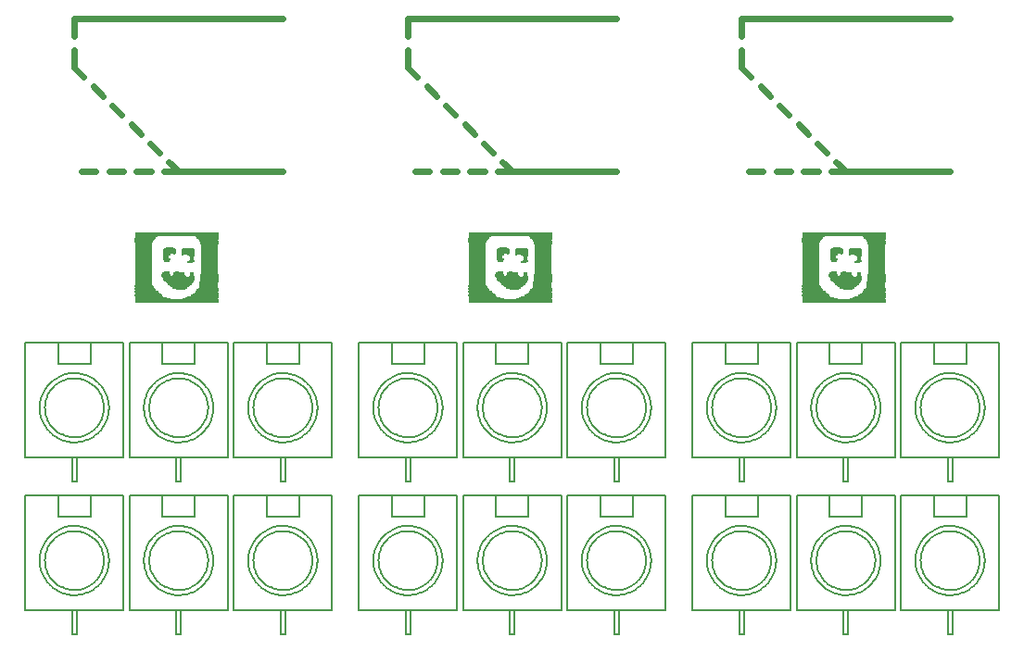
<source format=gto>
G75*
%MOIN*%
%OFA0B0*%
%FSLAX24Y24*%
%IPPOS*%
%LPD*%
%AMOC8*
5,1,8,0,0,1.08239X$1,22.5*
%
%ADD10C,0.0240*%
%ADD11R,0.3000X0.0012*%
%ADD12R,0.3000X0.0012*%
%ADD13R,0.1260X0.0012*%
%ADD14R,0.1284X0.0012*%
%ADD15R,0.1260X0.0012*%
%ADD16R,0.1284X0.0012*%
%ADD17R,0.1140X0.0012*%
%ADD18R,0.1200X0.0012*%
%ADD19R,0.1140X0.0012*%
%ADD20R,0.1200X0.0012*%
%ADD21R,0.1020X0.0012*%
%ADD22R,0.1116X0.0012*%
%ADD23R,0.1020X0.0012*%
%ADD24R,0.1116X0.0012*%
%ADD25R,0.0972X0.0012*%
%ADD26R,0.0984X0.0012*%
%ADD27R,0.0972X0.0012*%
%ADD28R,0.0984X0.0012*%
%ADD29R,0.0936X0.0012*%
%ADD30R,0.0900X0.0012*%
%ADD31R,0.0936X0.0012*%
%ADD32R,0.0900X0.0012*%
%ADD33R,0.0888X0.0012*%
%ADD34R,0.0864X0.0012*%
%ADD35R,0.0888X0.0012*%
%ADD36R,0.0864X0.0012*%
%ADD37R,0.0840X0.0012*%
%ADD38R,0.0816X0.0012*%
%ADD39R,0.0840X0.0012*%
%ADD40R,0.0816X0.0012*%
%ADD41R,0.0756X0.0012*%
%ADD42R,0.0780X0.0012*%
%ADD43R,0.0756X0.0012*%
%ADD44R,0.0780X0.0012*%
%ADD45R,0.0720X0.0012*%
%ADD46R,0.0324X0.0012*%
%ADD47R,0.0732X0.0012*%
%ADD48R,0.0720X0.0012*%
%ADD49R,0.0324X0.0012*%
%ADD50R,0.0732X0.0012*%
%ADD51R,0.0684X0.0012*%
%ADD52R,0.0504X0.0012*%
%ADD53R,0.0696X0.0012*%
%ADD54R,0.0684X0.0012*%
%ADD55R,0.0504X0.0012*%
%ADD56R,0.0696X0.0012*%
%ADD57R,0.0636X0.0012*%
%ADD58R,0.0636X0.0012*%
%ADD59R,0.0600X0.0012*%
%ADD60R,0.0600X0.0012*%
%ADD61R,0.0924X0.0012*%
%ADD62R,0.0924X0.0012*%
%ADD63R,0.1008X0.0012*%
%ADD64R,0.0660X0.0012*%
%ADD65R,0.1008X0.0012*%
%ADD66R,0.0660X0.0012*%
%ADD67R,0.1044X0.0012*%
%ADD68R,0.1044X0.0012*%
%ADD69R,0.0876X0.0012*%
%ADD70R,0.0204X0.0012*%
%ADD71R,0.0876X0.0012*%
%ADD72R,0.0204X0.0012*%
%ADD73R,0.0360X0.0012*%
%ADD74R,0.0456X0.0012*%
%ADD75R,0.0156X0.0012*%
%ADD76R,0.0360X0.0012*%
%ADD77R,0.0456X0.0012*%
%ADD78R,0.0156X0.0012*%
%ADD79R,0.0420X0.0012*%
%ADD80R,0.0420X0.0012*%
%ADD81R,0.0288X0.0012*%
%ADD82R,0.0120X0.0012*%
%ADD83R,0.0612X0.0012*%
%ADD84R,0.0288X0.0012*%
%ADD85R,0.0120X0.0012*%
%ADD86R,0.0612X0.0012*%
%ADD87R,0.0168X0.0012*%
%ADD88R,0.0168X0.0012*%
%ADD89R,0.0216X0.0012*%
%ADD90R,0.0216X0.0012*%
%ADD91R,0.0240X0.0012*%
%ADD92R,0.0240X0.0012*%
%ADD93R,0.0084X0.0012*%
%ADD94R,0.0252X0.0012*%
%ADD95R,0.0084X0.0012*%
%ADD96R,0.0252X0.0012*%
%ADD97R,0.0276X0.0012*%
%ADD98R,0.0096X0.0012*%
%ADD99R,0.0276X0.0012*%
%ADD100R,0.0096X0.0012*%
%ADD101R,0.0384X0.0012*%
%ADD102R,0.0384X0.0012*%
%ADD103R,0.0804X0.0012*%
%ADD104R,0.0804X0.0012*%
%ADD105C,0.0050*%
D10*
X002760Y019430D02*
X003275Y019430D01*
X003755Y019430D02*
X004270Y019430D01*
X004750Y019430D02*
X005265Y019430D01*
X005745Y019430D02*
X006260Y019430D01*
X005918Y019772D01*
X005578Y020112D02*
X005236Y020454D01*
X004897Y020793D02*
X004555Y021135D01*
X004215Y021475D02*
X003873Y021817D01*
X003534Y022156D02*
X003192Y022498D01*
X002852Y022838D02*
X002510Y023180D01*
X002510Y023815D01*
X002510Y024295D02*
X002510Y024930D01*
X010010Y024930D01*
X014510Y024930D02*
X014510Y024295D01*
X014510Y023815D02*
X014510Y023180D01*
X014852Y022838D01*
X015192Y022498D02*
X015534Y022156D01*
X015873Y021817D02*
X016215Y021475D01*
X016555Y021135D02*
X016897Y020793D01*
X017236Y020454D02*
X017578Y020112D01*
X017918Y019772D02*
X018260Y019430D01*
X022010Y019430D01*
X018260Y019430D02*
X017745Y019430D01*
X017265Y019430D02*
X016750Y019430D01*
X016270Y019430D02*
X015755Y019430D01*
X015275Y019430D02*
X014760Y019430D01*
X010010Y019430D02*
X006260Y019430D01*
X014510Y024930D02*
X022010Y024930D01*
X026510Y024930D02*
X026510Y024295D01*
X026510Y023815D02*
X026510Y023180D01*
X026852Y022838D01*
X027192Y022498D02*
X027534Y022156D01*
X027873Y021817D02*
X028215Y021475D01*
X028555Y021135D02*
X028897Y020793D01*
X029236Y020454D02*
X029578Y020112D01*
X029918Y019772D02*
X030260Y019430D01*
X034010Y019430D01*
X030260Y019430D02*
X029745Y019430D01*
X029265Y019430D02*
X028750Y019430D01*
X028270Y019430D02*
X027755Y019430D01*
X027275Y019430D02*
X026760Y019430D01*
X026510Y024930D02*
X034010Y024930D01*
D11*
X030190Y017194D03*
X030190Y017182D03*
X030190Y017158D03*
X030190Y017134D03*
X030190Y017122D03*
X030190Y014794D03*
X030190Y014782D03*
X030190Y014758D03*
X030190Y014734D03*
X030190Y014722D03*
X030190Y014698D03*
X018190Y014698D03*
X018190Y014722D03*
X018190Y014734D03*
X018190Y014758D03*
X018190Y014782D03*
X018190Y014794D03*
X018190Y017122D03*
X018190Y017134D03*
X018190Y017158D03*
X018190Y017182D03*
X018190Y017194D03*
X006190Y017194D03*
X006190Y017182D03*
X006190Y017158D03*
X006190Y017134D03*
X006190Y017122D03*
X006190Y014794D03*
X006190Y014782D03*
X006190Y014758D03*
X006190Y014734D03*
X006190Y014722D03*
X006190Y014698D03*
D12*
X006190Y014710D03*
X006190Y014746D03*
X006190Y014770D03*
X006190Y014806D03*
X006190Y017110D03*
X006190Y017146D03*
X006190Y017170D03*
X006190Y017206D03*
X018190Y017206D03*
X018190Y017170D03*
X018190Y017146D03*
X018190Y017110D03*
X018190Y014806D03*
X018190Y014770D03*
X018190Y014746D03*
X018190Y014710D03*
X030190Y014710D03*
X030190Y014746D03*
X030190Y014770D03*
X030190Y014806D03*
X030190Y017110D03*
X030190Y017146D03*
X030190Y017170D03*
X030190Y017206D03*
D13*
X029320Y014854D03*
X029320Y014842D03*
X029320Y014818D03*
X017320Y014818D03*
X017320Y014842D03*
X017320Y014854D03*
X005320Y014854D03*
X005320Y014842D03*
X005320Y014818D03*
D14*
X007048Y014818D03*
X007048Y014842D03*
X007048Y014854D03*
X019048Y014854D03*
X019048Y014842D03*
X019048Y014818D03*
X031048Y014818D03*
X031048Y014842D03*
X031048Y014854D03*
D15*
X029320Y014830D03*
X017320Y014830D03*
X005320Y014830D03*
D16*
X007048Y014830D03*
X019048Y014830D03*
X031048Y014830D03*
D17*
X029260Y014866D03*
X029260Y014890D03*
X017260Y014890D03*
X017260Y014866D03*
X005260Y014866D03*
X005260Y014890D03*
D18*
X007090Y014890D03*
X007090Y014866D03*
X019090Y014866D03*
X019090Y014890D03*
X031090Y014890D03*
X031090Y014866D03*
D19*
X029260Y014878D03*
X017260Y014878D03*
X005260Y014878D03*
D20*
X007090Y014878D03*
X019090Y014878D03*
X031090Y014878D03*
D21*
X029200Y014902D03*
X029200Y014914D03*
X017200Y014914D03*
X017200Y014902D03*
X005200Y014902D03*
X005200Y014914D03*
D22*
X006268Y015538D03*
X006268Y015562D03*
X006268Y015574D03*
X006268Y015598D03*
X007132Y014914D03*
X007132Y014902D03*
X018268Y015538D03*
X018268Y015562D03*
X018268Y015574D03*
X018268Y015598D03*
X019132Y014914D03*
X019132Y014902D03*
X030268Y015538D03*
X030268Y015562D03*
X030268Y015574D03*
X030268Y015598D03*
X031132Y014914D03*
X031132Y014902D03*
D23*
X029200Y014926D03*
X017200Y014926D03*
X005200Y014926D03*
D24*
X006268Y015526D03*
X006268Y015550D03*
X006268Y015586D03*
X007132Y014926D03*
X018268Y015526D03*
X018268Y015550D03*
X018268Y015586D03*
X019132Y014926D03*
X030268Y015526D03*
X030268Y015550D03*
X030268Y015586D03*
X031132Y014926D03*
D25*
X029176Y014938D03*
X029176Y014962D03*
X029176Y014974D03*
X017176Y014974D03*
X017176Y014962D03*
X017176Y014938D03*
X005176Y014938D03*
X005176Y014962D03*
X005176Y014974D03*
D26*
X007198Y014974D03*
X007198Y014962D03*
X007198Y014938D03*
X019198Y014938D03*
X019198Y014962D03*
X019198Y014974D03*
X031198Y014974D03*
X031198Y014962D03*
X031198Y014938D03*
D27*
X029176Y014950D03*
X017176Y014950D03*
X005176Y014950D03*
D28*
X007198Y014950D03*
X019198Y014950D03*
X031198Y014950D03*
D29*
X029158Y014986D03*
X029158Y015010D03*
X017158Y015010D03*
X017158Y014986D03*
X005158Y014986D03*
X005158Y015010D03*
D30*
X007240Y015010D03*
X007240Y014986D03*
X019240Y014986D03*
X019240Y015010D03*
X031240Y015010D03*
X031240Y014986D03*
D31*
X029158Y014998D03*
X017158Y014998D03*
X005158Y014998D03*
D32*
X007240Y014998D03*
X019240Y014998D03*
X031240Y014998D03*
D33*
X029134Y015022D03*
X029134Y015034D03*
X029134Y015058D03*
X017134Y015058D03*
X017134Y015034D03*
X017134Y015022D03*
X005134Y015022D03*
X005134Y015034D03*
X005134Y015058D03*
D34*
X007258Y015058D03*
X007258Y015034D03*
X007258Y015022D03*
X019258Y015022D03*
X019258Y015034D03*
X019258Y015058D03*
X031258Y015058D03*
X031258Y015034D03*
X031258Y015022D03*
D35*
X029134Y015046D03*
X017134Y015046D03*
X005134Y015046D03*
D36*
X007258Y015046D03*
X019258Y015046D03*
X031258Y015046D03*
D37*
X030286Y015370D03*
X029110Y015070D03*
X018286Y015370D03*
X017110Y015070D03*
X006286Y015370D03*
X005110Y015070D03*
D38*
X007282Y015070D03*
X007282Y017086D03*
X019282Y017086D03*
X019282Y015070D03*
X031282Y015070D03*
X031282Y017086D03*
D39*
X030286Y015394D03*
X030286Y015382D03*
X030286Y015358D03*
X029110Y015094D03*
X029110Y015082D03*
X018286Y015358D03*
X018286Y015382D03*
X018286Y015394D03*
X017110Y015094D03*
X017110Y015082D03*
X006286Y015358D03*
X006286Y015382D03*
X006286Y015394D03*
X005110Y015094D03*
X005110Y015082D03*
D40*
X007282Y015082D03*
X007282Y015094D03*
X007282Y017074D03*
X007282Y017098D03*
X019282Y017098D03*
X019282Y017074D03*
X019282Y015094D03*
X019282Y015082D03*
X031282Y015082D03*
X031282Y015094D03*
X031282Y017074D03*
X031282Y017098D03*
D41*
X030292Y015346D03*
X029068Y015166D03*
X029068Y015130D03*
X029068Y015106D03*
X029068Y017026D03*
X029068Y017050D03*
X018292Y015346D03*
X017068Y015166D03*
X017068Y015130D03*
X017068Y015106D03*
X017068Y017026D03*
X017068Y017050D03*
X006292Y015346D03*
X005068Y015166D03*
X005068Y015130D03*
X005068Y015106D03*
X005068Y017026D03*
X005068Y017050D03*
D42*
X007300Y017050D03*
X007300Y017026D03*
X007300Y015166D03*
X007300Y015130D03*
X007300Y015106D03*
X019300Y015106D03*
X019300Y015130D03*
X019300Y015166D03*
X019300Y017026D03*
X019300Y017050D03*
X031300Y017050D03*
X031300Y017026D03*
X031300Y015166D03*
X031300Y015130D03*
X031300Y015106D03*
D43*
X030292Y015322D03*
X030292Y015334D03*
X029068Y015178D03*
X029068Y015154D03*
X029068Y015142D03*
X029068Y015118D03*
X029068Y017038D03*
X029068Y017062D03*
X018292Y015334D03*
X018292Y015322D03*
X017068Y015178D03*
X017068Y015154D03*
X017068Y015142D03*
X017068Y015118D03*
X017068Y017038D03*
X017068Y017062D03*
X006292Y015334D03*
X006292Y015322D03*
X005068Y015178D03*
X005068Y015154D03*
X005068Y015142D03*
X005068Y015118D03*
X005068Y017038D03*
X005068Y017062D03*
D44*
X007300Y017062D03*
X007300Y017038D03*
X007300Y015178D03*
X007300Y015154D03*
X007300Y015142D03*
X007300Y015118D03*
X019300Y015118D03*
X019300Y015142D03*
X019300Y015154D03*
X019300Y015178D03*
X019300Y017038D03*
X019300Y017062D03*
X031300Y017062D03*
X031300Y017038D03*
X031300Y015178D03*
X031300Y015154D03*
X031300Y015142D03*
X031300Y015118D03*
D45*
X029050Y015190D03*
X029050Y016990D03*
X017050Y016990D03*
X017050Y015190D03*
X005050Y015190D03*
X005050Y016990D03*
D46*
X005788Y015706D03*
X006328Y015190D03*
X017788Y015706D03*
X018328Y015190D03*
X029788Y015706D03*
X030328Y015190D03*
D47*
X031324Y015190D03*
X031324Y016990D03*
X019324Y016990D03*
X019324Y015190D03*
X007324Y015190D03*
X007324Y016990D03*
D48*
X005050Y017002D03*
X005050Y017014D03*
X005050Y015214D03*
X005050Y015202D03*
X017050Y015202D03*
X017050Y015214D03*
X017050Y017002D03*
X017050Y017014D03*
X029050Y017014D03*
X029050Y017002D03*
X029050Y015214D03*
X029050Y015202D03*
D49*
X029788Y015694D03*
X029788Y015718D03*
X030328Y015214D03*
X030328Y015202D03*
X018328Y015202D03*
X018328Y015214D03*
X017788Y015694D03*
X017788Y015718D03*
X006328Y015214D03*
X006328Y015202D03*
X005788Y015694D03*
X005788Y015718D03*
D50*
X007324Y015214D03*
X007324Y015202D03*
X007324Y017002D03*
X007324Y017014D03*
X019324Y017014D03*
X019324Y017002D03*
X019324Y015214D03*
X019324Y015202D03*
X031324Y015202D03*
X031324Y015214D03*
X031324Y017002D03*
X031324Y017014D03*
D51*
X029032Y016966D03*
X029032Y015250D03*
X029032Y015226D03*
X017032Y015226D03*
X017032Y015250D03*
X017032Y016966D03*
X005032Y016966D03*
X005032Y015250D03*
X005032Y015226D03*
D52*
X006286Y015226D03*
X006286Y015250D03*
X018286Y015250D03*
X018286Y015226D03*
X030286Y015226D03*
X030286Y015250D03*
D53*
X031342Y015250D03*
X031342Y015226D03*
X031342Y015286D03*
X031342Y015310D03*
X031342Y015346D03*
X031342Y015370D03*
X031342Y015406D03*
X031342Y015430D03*
X031342Y016906D03*
X031342Y016930D03*
X031342Y016966D03*
X019342Y016966D03*
X019342Y016930D03*
X019342Y016906D03*
X019342Y015430D03*
X019342Y015406D03*
X019342Y015370D03*
X019342Y015346D03*
X019342Y015310D03*
X019342Y015286D03*
X019342Y015250D03*
X019342Y015226D03*
X007342Y015226D03*
X007342Y015250D03*
X007342Y015286D03*
X007342Y015310D03*
X007342Y015346D03*
X007342Y015370D03*
X007342Y015406D03*
X007342Y015430D03*
X007342Y016906D03*
X007342Y016930D03*
X007342Y016966D03*
D54*
X005032Y016954D03*
X005032Y016942D03*
X005032Y016978D03*
X005032Y015274D03*
X005032Y015262D03*
X005032Y015238D03*
X017032Y015238D03*
X017032Y015262D03*
X017032Y015274D03*
X017032Y016942D03*
X017032Y016954D03*
X017032Y016978D03*
X029032Y016978D03*
X029032Y016954D03*
X029032Y016942D03*
X029032Y015274D03*
X029032Y015262D03*
X029032Y015238D03*
D55*
X030286Y015238D03*
X030286Y015262D03*
X030286Y015274D03*
X018286Y015274D03*
X018286Y015262D03*
X018286Y015238D03*
X006286Y015238D03*
X006286Y015262D03*
X006286Y015274D03*
D56*
X007342Y015274D03*
X007342Y015262D03*
X007342Y015238D03*
X007342Y015298D03*
X007342Y015322D03*
X007342Y015334D03*
X007342Y015358D03*
X007342Y015382D03*
X007342Y015394D03*
X007342Y015418D03*
X007342Y016918D03*
X007342Y016942D03*
X007342Y016954D03*
X007342Y016978D03*
X019342Y016978D03*
X019342Y016954D03*
X019342Y016942D03*
X019342Y016918D03*
X019342Y015418D03*
X019342Y015394D03*
X019342Y015382D03*
X019342Y015358D03*
X019342Y015334D03*
X019342Y015322D03*
X019342Y015298D03*
X019342Y015274D03*
X019342Y015262D03*
X019342Y015238D03*
X031342Y015238D03*
X031342Y015262D03*
X031342Y015274D03*
X031342Y015298D03*
X031342Y015322D03*
X031342Y015334D03*
X031342Y015358D03*
X031342Y015382D03*
X031342Y015394D03*
X031342Y015418D03*
X031342Y016918D03*
X031342Y016942D03*
X031342Y016954D03*
X031342Y016978D03*
D57*
X030304Y015310D03*
X030304Y015286D03*
X029008Y015286D03*
X029008Y015310D03*
X029008Y016870D03*
X029008Y016906D03*
X029008Y016930D03*
X018304Y015310D03*
X018304Y015286D03*
X017008Y015286D03*
X017008Y015310D03*
X017008Y016870D03*
X017008Y016906D03*
X017008Y016930D03*
X006304Y015310D03*
X006304Y015286D03*
X005008Y015286D03*
X005008Y015310D03*
X005008Y016870D03*
X005008Y016906D03*
X005008Y016930D03*
D58*
X005008Y016918D03*
X005008Y016894D03*
X005008Y016882D03*
X005008Y015298D03*
X006304Y015298D03*
X017008Y015298D03*
X018304Y015298D03*
X017008Y016882D03*
X017008Y016894D03*
X017008Y016918D03*
X029008Y016918D03*
X029008Y016894D03*
X029008Y016882D03*
X029008Y015298D03*
X030304Y015298D03*
D59*
X028990Y015322D03*
X028990Y015334D03*
X028990Y015358D03*
X028990Y015382D03*
X028990Y015394D03*
X028990Y015418D03*
X028990Y015442D03*
X028990Y015454D03*
X028990Y015478D03*
X028990Y015502D03*
X028990Y015514D03*
X028990Y015538D03*
X028990Y015562D03*
X028990Y015574D03*
X028990Y015598D03*
X028990Y015622D03*
X028990Y015634D03*
X028990Y015658D03*
X028990Y015682D03*
X028990Y015694D03*
X028990Y015718D03*
X028990Y015742D03*
X028990Y015754D03*
X028990Y015778D03*
X028990Y015802D03*
X028990Y015814D03*
X028990Y015838D03*
X028990Y015862D03*
X028990Y015874D03*
X028990Y015898D03*
X028990Y015922D03*
X028990Y015934D03*
X028990Y015958D03*
X028990Y015982D03*
X028990Y015994D03*
X028990Y016018D03*
X028990Y016042D03*
X028990Y016054D03*
X028990Y016078D03*
X028990Y016102D03*
X028990Y016114D03*
X028990Y016138D03*
X028990Y016162D03*
X028990Y016174D03*
X028990Y016198D03*
X028990Y016222D03*
X028990Y016234D03*
X028990Y016258D03*
X028990Y016282D03*
X028990Y016294D03*
X028990Y016318D03*
X028990Y016342D03*
X028990Y016354D03*
X028990Y016378D03*
X028990Y016402D03*
X028990Y016414D03*
X028990Y016438D03*
X028990Y016462D03*
X028990Y016474D03*
X028990Y016498D03*
X028990Y016522D03*
X028990Y016534D03*
X028990Y016558D03*
X028990Y016582D03*
X028990Y016594D03*
X028990Y016618D03*
X028990Y016642D03*
X028990Y016654D03*
X028990Y016678D03*
X028990Y016702D03*
X028990Y016714D03*
X028990Y016738D03*
X028990Y016762D03*
X028990Y016774D03*
X028990Y016798D03*
X028990Y016822D03*
X028990Y016834D03*
X028990Y016858D03*
X016990Y016858D03*
X016990Y016834D03*
X016990Y016822D03*
X016990Y016798D03*
X016990Y016774D03*
X016990Y016762D03*
X016990Y016738D03*
X016990Y016714D03*
X016990Y016702D03*
X016990Y016678D03*
X016990Y016654D03*
X016990Y016642D03*
X016990Y016618D03*
X016990Y016594D03*
X016990Y016582D03*
X016990Y016558D03*
X016990Y016534D03*
X016990Y016522D03*
X016990Y016498D03*
X016990Y016474D03*
X016990Y016462D03*
X016990Y016438D03*
X016990Y016414D03*
X016990Y016402D03*
X016990Y016378D03*
X016990Y016354D03*
X016990Y016342D03*
X016990Y016318D03*
X016990Y016294D03*
X016990Y016282D03*
X016990Y016258D03*
X016990Y016234D03*
X016990Y016222D03*
X016990Y016198D03*
X016990Y016174D03*
X016990Y016162D03*
X016990Y016138D03*
X016990Y016114D03*
X016990Y016102D03*
X016990Y016078D03*
X016990Y016054D03*
X016990Y016042D03*
X016990Y016018D03*
X016990Y015994D03*
X016990Y015982D03*
X016990Y015958D03*
X016990Y015934D03*
X016990Y015922D03*
X016990Y015898D03*
X016990Y015874D03*
X016990Y015862D03*
X016990Y015838D03*
X016990Y015814D03*
X016990Y015802D03*
X016990Y015778D03*
X016990Y015754D03*
X016990Y015742D03*
X016990Y015718D03*
X016990Y015694D03*
X016990Y015682D03*
X016990Y015658D03*
X016990Y015634D03*
X016990Y015622D03*
X016990Y015598D03*
X016990Y015574D03*
X016990Y015562D03*
X016990Y015538D03*
X016990Y015514D03*
X016990Y015502D03*
X016990Y015478D03*
X016990Y015454D03*
X016990Y015442D03*
X016990Y015418D03*
X016990Y015394D03*
X016990Y015382D03*
X016990Y015358D03*
X016990Y015334D03*
X016990Y015322D03*
X004990Y015322D03*
X004990Y015334D03*
X004990Y015358D03*
X004990Y015382D03*
X004990Y015394D03*
X004990Y015418D03*
X004990Y015442D03*
X004990Y015454D03*
X004990Y015478D03*
X004990Y015502D03*
X004990Y015514D03*
X004990Y015538D03*
X004990Y015562D03*
X004990Y015574D03*
X004990Y015598D03*
X004990Y015622D03*
X004990Y015634D03*
X004990Y015658D03*
X004990Y015682D03*
X004990Y015694D03*
X004990Y015718D03*
X004990Y015742D03*
X004990Y015754D03*
X004990Y015778D03*
X004990Y015802D03*
X004990Y015814D03*
X004990Y015838D03*
X004990Y015862D03*
X004990Y015874D03*
X004990Y015898D03*
X004990Y015922D03*
X004990Y015934D03*
X004990Y015958D03*
X004990Y015982D03*
X004990Y015994D03*
X004990Y016018D03*
X004990Y016042D03*
X004990Y016054D03*
X004990Y016078D03*
X004990Y016102D03*
X004990Y016114D03*
X004990Y016138D03*
X004990Y016162D03*
X004990Y016174D03*
X004990Y016198D03*
X004990Y016222D03*
X004990Y016234D03*
X004990Y016258D03*
X004990Y016282D03*
X004990Y016294D03*
X004990Y016318D03*
X004990Y016342D03*
X004990Y016354D03*
X004990Y016378D03*
X004990Y016402D03*
X004990Y016414D03*
X004990Y016438D03*
X004990Y016462D03*
X004990Y016474D03*
X004990Y016498D03*
X004990Y016522D03*
X004990Y016534D03*
X004990Y016558D03*
X004990Y016582D03*
X004990Y016594D03*
X004990Y016618D03*
X004990Y016642D03*
X004990Y016654D03*
X004990Y016678D03*
X004990Y016702D03*
X004990Y016714D03*
X004990Y016738D03*
X004990Y016762D03*
X004990Y016774D03*
X004990Y016798D03*
X004990Y016822D03*
X004990Y016834D03*
X004990Y016858D03*
D60*
X004990Y016846D03*
X004990Y016810D03*
X004990Y016786D03*
X004990Y016750D03*
X004990Y016726D03*
X004990Y016690D03*
X004990Y016666D03*
X004990Y016630D03*
X004990Y016606D03*
X004990Y016570D03*
X004990Y016546D03*
X004990Y016510D03*
X004990Y016486D03*
X004990Y016450D03*
X004990Y016426D03*
X004990Y016390D03*
X004990Y016366D03*
X004990Y016330D03*
X004990Y016306D03*
X004990Y016270D03*
X004990Y016246D03*
X004990Y016210D03*
X004990Y016186D03*
X004990Y016150D03*
X004990Y016126D03*
X004990Y016090D03*
X004990Y016066D03*
X004990Y016030D03*
X004990Y016006D03*
X004990Y015970D03*
X004990Y015946D03*
X004990Y015910D03*
X004990Y015886D03*
X004990Y015850D03*
X004990Y015826D03*
X004990Y015790D03*
X004990Y015766D03*
X004990Y015730D03*
X004990Y015706D03*
X004990Y015670D03*
X004990Y015646D03*
X004990Y015610D03*
X004990Y015586D03*
X004990Y015550D03*
X004990Y015526D03*
X004990Y015490D03*
X004990Y015466D03*
X004990Y015430D03*
X004990Y015406D03*
X004990Y015370D03*
X004990Y015346D03*
X016990Y015346D03*
X016990Y015370D03*
X016990Y015406D03*
X016990Y015430D03*
X016990Y015466D03*
X016990Y015490D03*
X016990Y015526D03*
X016990Y015550D03*
X016990Y015586D03*
X016990Y015610D03*
X016990Y015646D03*
X016990Y015670D03*
X016990Y015706D03*
X016990Y015730D03*
X016990Y015766D03*
X016990Y015790D03*
X016990Y015826D03*
X016990Y015850D03*
X016990Y015886D03*
X016990Y015910D03*
X016990Y015946D03*
X016990Y015970D03*
X016990Y016006D03*
X016990Y016030D03*
X016990Y016066D03*
X016990Y016090D03*
X016990Y016126D03*
X016990Y016150D03*
X016990Y016186D03*
X016990Y016210D03*
X016990Y016246D03*
X016990Y016270D03*
X016990Y016306D03*
X016990Y016330D03*
X016990Y016366D03*
X016990Y016390D03*
X016990Y016426D03*
X016990Y016450D03*
X016990Y016486D03*
X016990Y016510D03*
X016990Y016546D03*
X016990Y016570D03*
X016990Y016606D03*
X016990Y016630D03*
X016990Y016666D03*
X016990Y016690D03*
X016990Y016726D03*
X016990Y016750D03*
X016990Y016786D03*
X016990Y016810D03*
X016990Y016846D03*
X028990Y016846D03*
X028990Y016810D03*
X028990Y016786D03*
X028990Y016750D03*
X028990Y016726D03*
X028990Y016690D03*
X028990Y016666D03*
X028990Y016630D03*
X028990Y016606D03*
X028990Y016570D03*
X028990Y016546D03*
X028990Y016510D03*
X028990Y016486D03*
X028990Y016450D03*
X028990Y016426D03*
X028990Y016390D03*
X028990Y016366D03*
X028990Y016330D03*
X028990Y016306D03*
X028990Y016270D03*
X028990Y016246D03*
X028990Y016210D03*
X028990Y016186D03*
X028990Y016150D03*
X028990Y016126D03*
X028990Y016090D03*
X028990Y016066D03*
X028990Y016030D03*
X028990Y016006D03*
X028990Y015970D03*
X028990Y015946D03*
X028990Y015910D03*
X028990Y015886D03*
X028990Y015850D03*
X028990Y015826D03*
X028990Y015790D03*
X028990Y015766D03*
X028990Y015730D03*
X028990Y015706D03*
X028990Y015670D03*
X028990Y015646D03*
X028990Y015610D03*
X028990Y015586D03*
X028990Y015550D03*
X028990Y015526D03*
X028990Y015490D03*
X028990Y015466D03*
X028990Y015430D03*
X028990Y015406D03*
X028990Y015370D03*
X028990Y015346D03*
D61*
X030292Y015406D03*
X030292Y015430D03*
X018292Y015430D03*
X018292Y015406D03*
X006292Y015406D03*
X006292Y015430D03*
D62*
X006292Y015418D03*
X018292Y015418D03*
X030292Y015418D03*
D63*
X030286Y015442D03*
X030286Y015454D03*
X030286Y015478D03*
X018286Y015478D03*
X018286Y015454D03*
X018286Y015442D03*
X006286Y015442D03*
X006286Y015454D03*
X006286Y015478D03*
D64*
X007360Y015478D03*
X007360Y015502D03*
X007360Y015514D03*
X007360Y015538D03*
X007360Y015562D03*
X007360Y015574D03*
X007360Y015598D03*
X007360Y015622D03*
X007360Y015634D03*
X007360Y015658D03*
X007360Y015682D03*
X007360Y015694D03*
X007360Y015718D03*
X007360Y015454D03*
X007360Y015442D03*
X007360Y016822D03*
X007360Y016834D03*
X007360Y016858D03*
X007360Y016882D03*
X007360Y016894D03*
X019360Y016894D03*
X019360Y016882D03*
X019360Y016858D03*
X019360Y016834D03*
X019360Y016822D03*
X019360Y015718D03*
X019360Y015694D03*
X019360Y015682D03*
X019360Y015658D03*
X019360Y015634D03*
X019360Y015622D03*
X019360Y015598D03*
X019360Y015574D03*
X019360Y015562D03*
X019360Y015538D03*
X019360Y015514D03*
X019360Y015502D03*
X019360Y015478D03*
X019360Y015454D03*
X019360Y015442D03*
X031360Y015442D03*
X031360Y015454D03*
X031360Y015478D03*
X031360Y015502D03*
X031360Y015514D03*
X031360Y015538D03*
X031360Y015562D03*
X031360Y015574D03*
X031360Y015598D03*
X031360Y015622D03*
X031360Y015634D03*
X031360Y015658D03*
X031360Y015682D03*
X031360Y015694D03*
X031360Y015718D03*
X031360Y016822D03*
X031360Y016834D03*
X031360Y016858D03*
X031360Y016882D03*
X031360Y016894D03*
D65*
X030286Y015466D03*
X018286Y015466D03*
X006286Y015466D03*
D66*
X007360Y015466D03*
X007360Y015490D03*
X007360Y015526D03*
X007360Y015550D03*
X007360Y015586D03*
X007360Y015610D03*
X007360Y015646D03*
X007360Y015670D03*
X007360Y015706D03*
X007360Y016846D03*
X007360Y016870D03*
X019360Y016870D03*
X019360Y016846D03*
X019360Y015706D03*
X019360Y015670D03*
X019360Y015646D03*
X019360Y015610D03*
X019360Y015586D03*
X019360Y015550D03*
X019360Y015526D03*
X019360Y015490D03*
X019360Y015466D03*
X031360Y015466D03*
X031360Y015490D03*
X031360Y015526D03*
X031360Y015550D03*
X031360Y015586D03*
X031360Y015610D03*
X031360Y015646D03*
X031360Y015670D03*
X031360Y015706D03*
X031360Y016846D03*
X031360Y016870D03*
D67*
X030268Y015490D03*
X018268Y015490D03*
X006268Y015490D03*
D68*
X006268Y015502D03*
X006268Y015514D03*
X018268Y015514D03*
X018268Y015502D03*
X030268Y015502D03*
X030268Y015514D03*
D69*
X030100Y015610D03*
X018100Y015610D03*
X006100Y015610D03*
D70*
X006724Y015610D03*
X006724Y016186D03*
X006724Y016210D03*
X006724Y016366D03*
X006724Y016390D03*
X005848Y016210D03*
X005848Y016186D03*
X005812Y016306D03*
X005812Y016330D03*
X005812Y016366D03*
X005812Y016390D03*
X017812Y016390D03*
X017812Y016366D03*
X017812Y016330D03*
X017812Y016306D03*
X017848Y016210D03*
X017848Y016186D03*
X018724Y016186D03*
X018724Y016210D03*
X018724Y016366D03*
X018724Y016390D03*
X018724Y015610D03*
X029812Y016306D03*
X029812Y016330D03*
X029812Y016366D03*
X029812Y016390D03*
X029848Y016210D03*
X029848Y016186D03*
X030724Y016186D03*
X030724Y016210D03*
X030724Y016366D03*
X030724Y016390D03*
X030724Y015610D03*
D71*
X030100Y015622D03*
X030100Y015634D03*
X018100Y015634D03*
X018100Y015622D03*
X006100Y015622D03*
X006100Y015634D03*
D72*
X005848Y016198D03*
X005848Y016222D03*
X005812Y016282D03*
X005812Y016294D03*
X005812Y016318D03*
X005812Y016342D03*
X005812Y016354D03*
X005812Y016378D03*
X006724Y016378D03*
X006724Y016222D03*
X006724Y016198D03*
X006724Y015634D03*
X006724Y015622D03*
X017812Y016282D03*
X017812Y016294D03*
X017812Y016318D03*
X017812Y016342D03*
X017812Y016354D03*
X017812Y016378D03*
X017848Y016222D03*
X017848Y016198D03*
X018724Y016198D03*
X018724Y016222D03*
X018724Y016378D03*
X018724Y015634D03*
X018724Y015622D03*
X029812Y016282D03*
X029812Y016294D03*
X029812Y016318D03*
X029812Y016342D03*
X029812Y016354D03*
X029812Y016378D03*
X029848Y016222D03*
X029848Y016198D03*
X030724Y016198D03*
X030724Y016222D03*
X030724Y016378D03*
X030724Y015634D03*
X030724Y015622D03*
D73*
X029806Y015646D03*
X029806Y015670D03*
X017806Y015670D03*
X017806Y015646D03*
X005806Y015646D03*
X005806Y015670D03*
D74*
X006262Y015670D03*
X006262Y015646D03*
X006598Y016450D03*
X006598Y016486D03*
X006598Y016510D03*
X006598Y016546D03*
X006598Y016570D03*
X005938Y016570D03*
X005938Y016546D03*
X005938Y016510D03*
X005938Y016486D03*
X017938Y016486D03*
X017938Y016510D03*
X017938Y016546D03*
X017938Y016570D03*
X018598Y016570D03*
X018598Y016546D03*
X018598Y016510D03*
X018598Y016486D03*
X018598Y016450D03*
X018262Y015670D03*
X018262Y015646D03*
X029938Y016486D03*
X029938Y016510D03*
X029938Y016546D03*
X029938Y016570D03*
X030598Y016570D03*
X030598Y016546D03*
X030598Y016510D03*
X030598Y016486D03*
X030598Y016450D03*
X030262Y015670D03*
X030262Y015646D03*
D75*
X030748Y015646D03*
X030748Y015670D03*
X030748Y015706D03*
X030748Y016246D03*
X030748Y016270D03*
X030748Y016306D03*
X030748Y016330D03*
X018748Y016330D03*
X018748Y016306D03*
X018748Y016270D03*
X018748Y016246D03*
X018748Y015706D03*
X018748Y015670D03*
X018748Y015646D03*
X006748Y015646D03*
X006748Y015670D03*
X006748Y015706D03*
X006748Y016246D03*
X006748Y016270D03*
X006748Y016306D03*
X006748Y016330D03*
D76*
X005806Y015682D03*
X005806Y015658D03*
X017806Y015658D03*
X017806Y015682D03*
X029806Y015682D03*
X029806Y015658D03*
D77*
X030262Y015658D03*
X030262Y015682D03*
X030598Y016462D03*
X030598Y016474D03*
X030598Y016498D03*
X030598Y016522D03*
X030598Y016534D03*
X030598Y016558D03*
X030598Y016582D03*
X030598Y016594D03*
X029938Y016594D03*
X029938Y016582D03*
X029938Y016558D03*
X029938Y016534D03*
X029938Y016522D03*
X029938Y016498D03*
X018598Y016498D03*
X018598Y016522D03*
X018598Y016534D03*
X018598Y016558D03*
X018598Y016582D03*
X018598Y016594D03*
X018598Y016474D03*
X018598Y016462D03*
X017938Y016498D03*
X017938Y016522D03*
X017938Y016534D03*
X017938Y016558D03*
X017938Y016582D03*
X017938Y016594D03*
X018262Y015682D03*
X018262Y015658D03*
X006598Y016462D03*
X006598Y016474D03*
X006598Y016498D03*
X006598Y016522D03*
X006598Y016534D03*
X006598Y016558D03*
X006598Y016582D03*
X006598Y016594D03*
X005938Y016594D03*
X005938Y016582D03*
X005938Y016558D03*
X005938Y016534D03*
X005938Y016522D03*
X005938Y016498D03*
X006262Y015682D03*
X006262Y015658D03*
D78*
X006748Y015658D03*
X006748Y015682D03*
X006748Y015694D03*
X006748Y015718D03*
X006748Y016234D03*
X006748Y016258D03*
X006748Y016282D03*
X006748Y016294D03*
X006748Y016318D03*
X006748Y016342D03*
X006748Y016354D03*
X018748Y016354D03*
X018748Y016342D03*
X018748Y016318D03*
X018748Y016294D03*
X018748Y016282D03*
X018748Y016258D03*
X018748Y016234D03*
X018748Y015718D03*
X018748Y015694D03*
X018748Y015682D03*
X018748Y015658D03*
X030748Y015658D03*
X030748Y015682D03*
X030748Y015694D03*
X030748Y015718D03*
X030748Y016234D03*
X030748Y016258D03*
X030748Y016282D03*
X030748Y016294D03*
X030748Y016318D03*
X030748Y016342D03*
X030748Y016354D03*
D79*
X030280Y015754D03*
X030280Y015742D03*
X030280Y015718D03*
X030280Y015694D03*
X018280Y015694D03*
X018280Y015718D03*
X018280Y015742D03*
X018280Y015754D03*
X006280Y015754D03*
X006280Y015742D03*
X006280Y015718D03*
X006280Y015694D03*
D80*
X006280Y015706D03*
X006280Y015730D03*
X006280Y015766D03*
X018280Y015766D03*
X018280Y015730D03*
X018280Y015706D03*
X030280Y015706D03*
X030280Y015730D03*
X030280Y015766D03*
D81*
X029806Y015766D03*
X029806Y015730D03*
X017806Y015730D03*
X017806Y015766D03*
X005806Y015766D03*
X005806Y015730D03*
D82*
X006190Y015790D03*
X006730Y015766D03*
X006730Y015730D03*
X018190Y015790D03*
X018730Y015766D03*
X018730Y015730D03*
X030190Y015790D03*
X030730Y015766D03*
X030730Y015730D03*
D83*
X031384Y015730D03*
X031384Y015766D03*
X031384Y015790D03*
X031384Y015826D03*
X031384Y015850D03*
X031384Y015886D03*
X031384Y015910D03*
X031384Y015946D03*
X031384Y015970D03*
X031384Y016006D03*
X031384Y016030D03*
X031384Y016066D03*
X031384Y016090D03*
X031384Y016126D03*
X031384Y016150D03*
X031384Y016186D03*
X031384Y016210D03*
X031384Y016246D03*
X031384Y016270D03*
X031384Y016306D03*
X031384Y016330D03*
X031384Y016366D03*
X031384Y016390D03*
X031384Y016426D03*
X031384Y016450D03*
X031384Y016486D03*
X031384Y016510D03*
X031384Y016546D03*
X031384Y016570D03*
X031384Y016606D03*
X031384Y016630D03*
X031384Y016666D03*
X031384Y016690D03*
X031384Y016726D03*
X031384Y016750D03*
X031384Y016786D03*
X031384Y016810D03*
X019384Y016810D03*
X019384Y016786D03*
X019384Y016750D03*
X019384Y016726D03*
X019384Y016690D03*
X019384Y016666D03*
X019384Y016630D03*
X019384Y016606D03*
X019384Y016570D03*
X019384Y016546D03*
X019384Y016510D03*
X019384Y016486D03*
X019384Y016450D03*
X019384Y016426D03*
X019384Y016390D03*
X019384Y016366D03*
X019384Y016330D03*
X019384Y016306D03*
X019384Y016270D03*
X019384Y016246D03*
X019384Y016210D03*
X019384Y016186D03*
X019384Y016150D03*
X019384Y016126D03*
X019384Y016090D03*
X019384Y016066D03*
X019384Y016030D03*
X019384Y016006D03*
X019384Y015970D03*
X019384Y015946D03*
X019384Y015910D03*
X019384Y015886D03*
X019384Y015850D03*
X019384Y015826D03*
X019384Y015790D03*
X019384Y015766D03*
X019384Y015730D03*
X007384Y015730D03*
X007384Y015766D03*
X007384Y015790D03*
X007384Y015826D03*
X007384Y015850D03*
X007384Y015886D03*
X007384Y015910D03*
X007384Y015946D03*
X007384Y015970D03*
X007384Y016006D03*
X007384Y016030D03*
X007384Y016066D03*
X007384Y016090D03*
X007384Y016126D03*
X007384Y016150D03*
X007384Y016186D03*
X007384Y016210D03*
X007384Y016246D03*
X007384Y016270D03*
X007384Y016306D03*
X007384Y016330D03*
X007384Y016366D03*
X007384Y016390D03*
X007384Y016426D03*
X007384Y016450D03*
X007384Y016486D03*
X007384Y016510D03*
X007384Y016546D03*
X007384Y016570D03*
X007384Y016606D03*
X007384Y016630D03*
X007384Y016666D03*
X007384Y016690D03*
X007384Y016726D03*
X007384Y016750D03*
X007384Y016786D03*
X007384Y016810D03*
D84*
X005806Y015754D03*
X005806Y015742D03*
X017806Y015742D03*
X017806Y015754D03*
X029806Y015754D03*
X029806Y015742D03*
D85*
X030190Y015778D03*
X030190Y015802D03*
X030190Y015814D03*
X030730Y015754D03*
X030730Y015742D03*
X018730Y015742D03*
X018730Y015754D03*
X018190Y015778D03*
X018190Y015802D03*
X018190Y015814D03*
X006730Y015754D03*
X006730Y015742D03*
X006190Y015778D03*
X006190Y015802D03*
X006190Y015814D03*
D86*
X007384Y015814D03*
X007384Y015802D03*
X007384Y015778D03*
X007384Y015754D03*
X007384Y015742D03*
X007384Y015838D03*
X007384Y015862D03*
X007384Y015874D03*
X007384Y015898D03*
X007384Y015922D03*
X007384Y015934D03*
X007384Y015958D03*
X007384Y015982D03*
X007384Y015994D03*
X007384Y016018D03*
X007384Y016042D03*
X007384Y016054D03*
X007384Y016078D03*
X007384Y016102D03*
X007384Y016114D03*
X007384Y016138D03*
X007384Y016162D03*
X007384Y016174D03*
X007384Y016198D03*
X007384Y016222D03*
X007384Y016234D03*
X007384Y016258D03*
X007384Y016282D03*
X007384Y016294D03*
X007384Y016318D03*
X007384Y016342D03*
X007384Y016354D03*
X007384Y016378D03*
X007384Y016402D03*
X007384Y016414D03*
X007384Y016438D03*
X007384Y016462D03*
X007384Y016474D03*
X007384Y016498D03*
X007384Y016522D03*
X007384Y016534D03*
X007384Y016558D03*
X007384Y016582D03*
X007384Y016594D03*
X007384Y016618D03*
X007384Y016642D03*
X007384Y016654D03*
X007384Y016678D03*
X007384Y016702D03*
X007384Y016714D03*
X007384Y016738D03*
X007384Y016762D03*
X007384Y016774D03*
X007384Y016798D03*
X019384Y016798D03*
X019384Y016774D03*
X019384Y016762D03*
X019384Y016738D03*
X019384Y016714D03*
X019384Y016702D03*
X019384Y016678D03*
X019384Y016654D03*
X019384Y016642D03*
X019384Y016618D03*
X019384Y016594D03*
X019384Y016582D03*
X019384Y016558D03*
X019384Y016534D03*
X019384Y016522D03*
X019384Y016498D03*
X019384Y016474D03*
X019384Y016462D03*
X019384Y016438D03*
X019384Y016414D03*
X019384Y016402D03*
X019384Y016378D03*
X019384Y016354D03*
X019384Y016342D03*
X019384Y016318D03*
X019384Y016294D03*
X019384Y016282D03*
X019384Y016258D03*
X019384Y016234D03*
X019384Y016222D03*
X019384Y016198D03*
X019384Y016174D03*
X019384Y016162D03*
X019384Y016138D03*
X019384Y016114D03*
X019384Y016102D03*
X019384Y016078D03*
X019384Y016054D03*
X019384Y016042D03*
X019384Y016018D03*
X019384Y015994D03*
X019384Y015982D03*
X019384Y015958D03*
X019384Y015934D03*
X019384Y015922D03*
X019384Y015898D03*
X019384Y015874D03*
X019384Y015862D03*
X019384Y015838D03*
X019384Y015814D03*
X019384Y015802D03*
X019384Y015778D03*
X019384Y015754D03*
X019384Y015742D03*
X031384Y015742D03*
X031384Y015754D03*
X031384Y015778D03*
X031384Y015802D03*
X031384Y015814D03*
X031384Y015838D03*
X031384Y015862D03*
X031384Y015874D03*
X031384Y015898D03*
X031384Y015922D03*
X031384Y015934D03*
X031384Y015958D03*
X031384Y015982D03*
X031384Y015994D03*
X031384Y016018D03*
X031384Y016042D03*
X031384Y016054D03*
X031384Y016078D03*
X031384Y016102D03*
X031384Y016114D03*
X031384Y016138D03*
X031384Y016162D03*
X031384Y016174D03*
X031384Y016198D03*
X031384Y016222D03*
X031384Y016234D03*
X031384Y016258D03*
X031384Y016282D03*
X031384Y016294D03*
X031384Y016318D03*
X031384Y016342D03*
X031384Y016354D03*
X031384Y016378D03*
X031384Y016402D03*
X031384Y016414D03*
X031384Y016438D03*
X031384Y016462D03*
X031384Y016474D03*
X031384Y016498D03*
X031384Y016522D03*
X031384Y016534D03*
X031384Y016558D03*
X031384Y016582D03*
X031384Y016594D03*
X031384Y016618D03*
X031384Y016642D03*
X031384Y016654D03*
X031384Y016678D03*
X031384Y016702D03*
X031384Y016714D03*
X031384Y016738D03*
X031384Y016762D03*
X031384Y016774D03*
X031384Y016798D03*
D87*
X029830Y015814D03*
X029830Y015802D03*
X029830Y015778D03*
X017830Y015778D03*
X017830Y015802D03*
X017830Y015814D03*
X005830Y015814D03*
X005830Y015802D03*
X005830Y015778D03*
D88*
X005830Y015790D03*
X017830Y015790D03*
X029830Y015790D03*
D89*
X030682Y016150D03*
X018682Y016150D03*
X006682Y016150D03*
D90*
X006682Y016162D03*
X006682Y016174D03*
X018682Y016174D03*
X018682Y016162D03*
X030682Y016162D03*
X030682Y016174D03*
D91*
X029950Y016654D03*
X029950Y016678D03*
X029830Y016438D03*
X029830Y016414D03*
X029830Y016402D03*
X029830Y016258D03*
X029830Y016234D03*
X017950Y016654D03*
X017950Y016678D03*
X017830Y016438D03*
X017830Y016414D03*
X017830Y016402D03*
X017830Y016258D03*
X017830Y016234D03*
X005950Y016654D03*
X005950Y016678D03*
X005830Y016438D03*
X005830Y016414D03*
X005830Y016402D03*
X005830Y016258D03*
X005830Y016234D03*
D92*
X005830Y016246D03*
X005830Y016270D03*
X005830Y016426D03*
X005950Y016666D03*
X017830Y016426D03*
X017830Y016270D03*
X017830Y016246D03*
X017950Y016666D03*
X029830Y016426D03*
X029830Y016270D03*
X029830Y016246D03*
X029950Y016666D03*
D93*
X030412Y016438D03*
X030412Y016414D03*
X030412Y016402D03*
X018412Y016402D03*
X018412Y016414D03*
X018412Y016438D03*
X006412Y016438D03*
X006412Y016414D03*
X006412Y016402D03*
D94*
X006700Y016402D03*
X006700Y016414D03*
X006700Y016438D03*
X018700Y016438D03*
X018700Y016414D03*
X018700Y016402D03*
X030700Y016402D03*
X030700Y016414D03*
X030700Y016438D03*
D95*
X030412Y016426D03*
X018412Y016426D03*
X006412Y016426D03*
D96*
X006700Y016426D03*
X018700Y016426D03*
X030700Y016426D03*
D97*
X029848Y016450D03*
X017848Y016450D03*
X005848Y016450D03*
D98*
X006118Y016450D03*
X018118Y016450D03*
X030118Y016450D03*
D99*
X029848Y016462D03*
X029848Y016474D03*
X017848Y016474D03*
X017848Y016462D03*
X005848Y016462D03*
X005848Y016474D03*
D100*
X006118Y016474D03*
X006118Y016462D03*
X018118Y016462D03*
X018118Y016474D03*
X030118Y016474D03*
X030118Y016462D03*
D101*
X029938Y016606D03*
X029938Y016630D03*
X030598Y016630D03*
X030598Y016606D03*
X018598Y016606D03*
X018598Y016630D03*
X017938Y016630D03*
X017938Y016606D03*
X006598Y016606D03*
X006598Y016630D03*
X005938Y016630D03*
X005938Y016606D03*
D102*
X005938Y016618D03*
X005938Y016642D03*
X006598Y016642D03*
X006598Y016618D03*
X017938Y016618D03*
X017938Y016642D03*
X018598Y016642D03*
X018598Y016618D03*
X029938Y016618D03*
X029938Y016642D03*
X030598Y016642D03*
X030598Y016618D03*
D103*
X029092Y017074D03*
X029092Y017098D03*
X017092Y017098D03*
X017092Y017074D03*
X005092Y017074D03*
X005092Y017098D03*
D104*
X005092Y017086D03*
X017092Y017086D03*
X029092Y017086D03*
D105*
X002589Y002792D02*
X002431Y002792D01*
X002431Y003619D01*
X002589Y003658D02*
X002589Y002792D01*
X002589Y003658D02*
X004282Y003658D01*
X004282Y007792D01*
X003101Y007792D01*
X003101Y007005D01*
X001919Y007005D01*
X001919Y007792D01*
X003101Y007792D01*
X002589Y008292D02*
X002431Y008292D01*
X002431Y009119D01*
X002589Y009158D02*
X002589Y008292D01*
X001919Y007792D02*
X000738Y007792D01*
X000738Y003658D01*
X002589Y003658D01*
X001451Y005430D02*
X001453Y005495D01*
X001459Y005559D01*
X001469Y005623D01*
X001482Y005686D01*
X001500Y005748D01*
X001521Y005809D01*
X001546Y005869D01*
X001575Y005927D01*
X001607Y005983D01*
X001642Y006037D01*
X001681Y006088D01*
X001722Y006138D01*
X001767Y006185D01*
X001814Y006228D01*
X001864Y006269D01*
X001917Y006307D01*
X001971Y006342D01*
X002028Y006373D01*
X002086Y006400D01*
X002146Y006425D01*
X002207Y006445D01*
X002270Y006461D01*
X002333Y006474D01*
X002397Y006483D01*
X002462Y006488D01*
X002526Y006489D01*
X002591Y006486D01*
X002655Y006479D01*
X002719Y006468D01*
X002781Y006454D01*
X002843Y006435D01*
X002904Y006413D01*
X002963Y006387D01*
X003021Y006358D01*
X003076Y006325D01*
X003130Y006289D01*
X003181Y006249D01*
X003230Y006207D01*
X003276Y006162D01*
X003319Y006113D01*
X003359Y006063D01*
X003396Y006010D01*
X003430Y005955D01*
X003460Y005898D01*
X003487Y005839D01*
X003510Y005779D01*
X003529Y005717D01*
X003545Y005654D01*
X003557Y005591D01*
X003565Y005527D01*
X003569Y005462D01*
X003569Y005398D01*
X003565Y005333D01*
X003557Y005269D01*
X003545Y005206D01*
X003529Y005143D01*
X003510Y005081D01*
X003487Y005021D01*
X003460Y004962D01*
X003430Y004905D01*
X003396Y004850D01*
X003359Y004797D01*
X003319Y004747D01*
X003276Y004698D01*
X003230Y004653D01*
X003181Y004611D01*
X003130Y004571D01*
X003076Y004535D01*
X003021Y004502D01*
X002963Y004473D01*
X002904Y004447D01*
X002843Y004425D01*
X002781Y004406D01*
X002719Y004392D01*
X002655Y004381D01*
X002591Y004374D01*
X002526Y004371D01*
X002462Y004372D01*
X002397Y004377D01*
X002333Y004386D01*
X002270Y004399D01*
X002207Y004415D01*
X002146Y004435D01*
X002086Y004460D01*
X002028Y004487D01*
X001971Y004518D01*
X001917Y004553D01*
X001864Y004591D01*
X001814Y004632D01*
X001767Y004675D01*
X001722Y004722D01*
X001681Y004772D01*
X001642Y004823D01*
X001607Y004877D01*
X001575Y004933D01*
X001546Y004991D01*
X001521Y005051D01*
X001500Y005112D01*
X001482Y005174D01*
X001469Y005237D01*
X001459Y005301D01*
X001453Y005365D01*
X001451Y005430D01*
X001265Y005430D02*
X001267Y005500D01*
X001273Y005571D01*
X001283Y005640D01*
X001297Y005709D01*
X001315Y005778D01*
X001336Y005845D01*
X001361Y005911D01*
X001390Y005975D01*
X001423Y006037D01*
X001459Y006098D01*
X001499Y006156D01*
X001541Y006212D01*
X001587Y006266D01*
X001636Y006317D01*
X001687Y006365D01*
X001742Y006410D01*
X001798Y006452D01*
X001857Y006490D01*
X001918Y006525D01*
X001981Y006557D01*
X002046Y006585D01*
X002112Y006610D01*
X002179Y006630D01*
X002248Y006647D01*
X002317Y006660D01*
X002387Y006669D01*
X002457Y006674D01*
X002528Y006675D01*
X002598Y006672D01*
X002668Y006665D01*
X002738Y006654D01*
X002807Y006639D01*
X002875Y006620D01*
X002941Y006598D01*
X003007Y006572D01*
X003071Y006542D01*
X003133Y006508D01*
X003193Y006471D01*
X003250Y006431D01*
X003306Y006387D01*
X003359Y006341D01*
X003409Y006291D01*
X003456Y006239D01*
X003500Y006184D01*
X003541Y006127D01*
X003579Y006068D01*
X003614Y006006D01*
X003644Y005943D01*
X003672Y005878D01*
X003695Y005811D01*
X003715Y005744D01*
X003731Y005675D01*
X003743Y005606D01*
X003751Y005536D01*
X003755Y005465D01*
X003755Y005395D01*
X003751Y005324D01*
X003743Y005254D01*
X003731Y005185D01*
X003715Y005116D01*
X003695Y005049D01*
X003672Y004982D01*
X003644Y004917D01*
X003614Y004854D01*
X003579Y004792D01*
X003541Y004733D01*
X003500Y004676D01*
X003456Y004621D01*
X003409Y004569D01*
X003359Y004519D01*
X003306Y004473D01*
X003250Y004429D01*
X003193Y004389D01*
X003132Y004352D01*
X003071Y004318D01*
X003007Y004288D01*
X002941Y004262D01*
X002875Y004240D01*
X002807Y004221D01*
X002738Y004206D01*
X002668Y004195D01*
X002598Y004188D01*
X002528Y004185D01*
X002457Y004186D01*
X002387Y004191D01*
X002317Y004200D01*
X002248Y004213D01*
X002179Y004230D01*
X002112Y004250D01*
X002046Y004275D01*
X001981Y004303D01*
X001918Y004335D01*
X001857Y004370D01*
X001798Y004408D01*
X001742Y004450D01*
X001687Y004495D01*
X001636Y004543D01*
X001587Y004594D01*
X001541Y004648D01*
X001499Y004704D01*
X001459Y004762D01*
X001423Y004823D01*
X001390Y004885D01*
X001361Y004949D01*
X001336Y005015D01*
X001315Y005082D01*
X001297Y005151D01*
X001283Y005220D01*
X001273Y005289D01*
X001267Y005360D01*
X001265Y005430D01*
X004488Y003658D02*
X006339Y003658D01*
X006339Y002792D01*
X006181Y002792D01*
X006181Y003619D01*
X006339Y003658D02*
X008032Y003658D01*
X008032Y007792D01*
X006851Y007792D01*
X006851Y007005D01*
X005669Y007005D01*
X005669Y007792D01*
X006851Y007792D01*
X006339Y008292D02*
X006181Y008292D01*
X006181Y009119D01*
X006339Y009158D02*
X006339Y008292D01*
X005669Y007792D02*
X004488Y007792D01*
X004488Y003658D01*
X005201Y005430D02*
X005203Y005495D01*
X005209Y005559D01*
X005219Y005623D01*
X005232Y005686D01*
X005250Y005748D01*
X005271Y005809D01*
X005296Y005869D01*
X005325Y005927D01*
X005357Y005983D01*
X005392Y006037D01*
X005431Y006088D01*
X005472Y006138D01*
X005517Y006185D01*
X005564Y006228D01*
X005614Y006269D01*
X005667Y006307D01*
X005721Y006342D01*
X005778Y006373D01*
X005836Y006400D01*
X005896Y006425D01*
X005957Y006445D01*
X006020Y006461D01*
X006083Y006474D01*
X006147Y006483D01*
X006212Y006488D01*
X006276Y006489D01*
X006341Y006486D01*
X006405Y006479D01*
X006469Y006468D01*
X006531Y006454D01*
X006593Y006435D01*
X006654Y006413D01*
X006713Y006387D01*
X006771Y006358D01*
X006826Y006325D01*
X006880Y006289D01*
X006931Y006249D01*
X006980Y006207D01*
X007026Y006162D01*
X007069Y006113D01*
X007109Y006063D01*
X007146Y006010D01*
X007180Y005955D01*
X007210Y005898D01*
X007237Y005839D01*
X007260Y005779D01*
X007279Y005717D01*
X007295Y005654D01*
X007307Y005591D01*
X007315Y005527D01*
X007319Y005462D01*
X007319Y005398D01*
X007315Y005333D01*
X007307Y005269D01*
X007295Y005206D01*
X007279Y005143D01*
X007260Y005081D01*
X007237Y005021D01*
X007210Y004962D01*
X007180Y004905D01*
X007146Y004850D01*
X007109Y004797D01*
X007069Y004747D01*
X007026Y004698D01*
X006980Y004653D01*
X006931Y004611D01*
X006880Y004571D01*
X006826Y004535D01*
X006771Y004502D01*
X006713Y004473D01*
X006654Y004447D01*
X006593Y004425D01*
X006531Y004406D01*
X006469Y004392D01*
X006405Y004381D01*
X006341Y004374D01*
X006276Y004371D01*
X006212Y004372D01*
X006147Y004377D01*
X006083Y004386D01*
X006020Y004399D01*
X005957Y004415D01*
X005896Y004435D01*
X005836Y004460D01*
X005778Y004487D01*
X005721Y004518D01*
X005667Y004553D01*
X005614Y004591D01*
X005564Y004632D01*
X005517Y004675D01*
X005472Y004722D01*
X005431Y004772D01*
X005392Y004823D01*
X005357Y004877D01*
X005325Y004933D01*
X005296Y004991D01*
X005271Y005051D01*
X005250Y005112D01*
X005232Y005174D01*
X005219Y005237D01*
X005209Y005301D01*
X005203Y005365D01*
X005201Y005430D01*
X005015Y005430D02*
X005017Y005500D01*
X005023Y005571D01*
X005033Y005640D01*
X005047Y005709D01*
X005065Y005778D01*
X005086Y005845D01*
X005111Y005911D01*
X005140Y005975D01*
X005173Y006037D01*
X005209Y006098D01*
X005249Y006156D01*
X005291Y006212D01*
X005337Y006266D01*
X005386Y006317D01*
X005437Y006365D01*
X005492Y006410D01*
X005548Y006452D01*
X005607Y006490D01*
X005668Y006525D01*
X005731Y006557D01*
X005796Y006585D01*
X005862Y006610D01*
X005929Y006630D01*
X005998Y006647D01*
X006067Y006660D01*
X006137Y006669D01*
X006207Y006674D01*
X006278Y006675D01*
X006348Y006672D01*
X006418Y006665D01*
X006488Y006654D01*
X006557Y006639D01*
X006625Y006620D01*
X006691Y006598D01*
X006757Y006572D01*
X006821Y006542D01*
X006883Y006508D01*
X006943Y006471D01*
X007000Y006431D01*
X007056Y006387D01*
X007109Y006341D01*
X007159Y006291D01*
X007206Y006239D01*
X007250Y006184D01*
X007291Y006127D01*
X007329Y006068D01*
X007364Y006006D01*
X007394Y005943D01*
X007422Y005878D01*
X007445Y005811D01*
X007465Y005744D01*
X007481Y005675D01*
X007493Y005606D01*
X007501Y005536D01*
X007505Y005465D01*
X007505Y005395D01*
X007501Y005324D01*
X007493Y005254D01*
X007481Y005185D01*
X007465Y005116D01*
X007445Y005049D01*
X007422Y004982D01*
X007394Y004917D01*
X007364Y004854D01*
X007329Y004792D01*
X007291Y004733D01*
X007250Y004676D01*
X007206Y004621D01*
X007159Y004569D01*
X007109Y004519D01*
X007056Y004473D01*
X007000Y004429D01*
X006943Y004389D01*
X006882Y004352D01*
X006821Y004318D01*
X006757Y004288D01*
X006691Y004262D01*
X006625Y004240D01*
X006557Y004221D01*
X006488Y004206D01*
X006418Y004195D01*
X006348Y004188D01*
X006278Y004185D01*
X006207Y004186D01*
X006137Y004191D01*
X006067Y004200D01*
X005998Y004213D01*
X005929Y004230D01*
X005862Y004250D01*
X005796Y004275D01*
X005731Y004303D01*
X005668Y004335D01*
X005607Y004370D01*
X005548Y004408D01*
X005492Y004450D01*
X005437Y004495D01*
X005386Y004543D01*
X005337Y004594D01*
X005291Y004648D01*
X005249Y004704D01*
X005209Y004762D01*
X005173Y004823D01*
X005140Y004885D01*
X005111Y004949D01*
X005086Y005015D01*
X005065Y005082D01*
X005047Y005151D01*
X005033Y005220D01*
X005023Y005289D01*
X005017Y005360D01*
X005015Y005430D01*
X008238Y003658D02*
X010089Y003658D01*
X010089Y002792D01*
X009931Y002792D01*
X009931Y003619D01*
X010089Y003658D02*
X011782Y003658D01*
X011782Y007792D01*
X010601Y007792D01*
X010601Y007005D01*
X009419Y007005D01*
X009419Y007792D01*
X010601Y007792D01*
X010089Y008292D02*
X010089Y009158D01*
X011782Y009158D01*
X011782Y013292D01*
X010601Y013292D01*
X010601Y012505D01*
X009419Y012505D01*
X009419Y013292D01*
X010601Y013292D01*
X009419Y013292D02*
X008238Y013292D01*
X008238Y009158D01*
X010089Y009158D01*
X009931Y009119D02*
X009931Y008292D01*
X010089Y008292D01*
X009419Y007792D02*
X008238Y007792D01*
X008238Y003658D01*
X008951Y005430D02*
X008953Y005495D01*
X008959Y005559D01*
X008969Y005623D01*
X008982Y005686D01*
X009000Y005748D01*
X009021Y005809D01*
X009046Y005869D01*
X009075Y005927D01*
X009107Y005983D01*
X009142Y006037D01*
X009181Y006088D01*
X009222Y006138D01*
X009267Y006185D01*
X009314Y006228D01*
X009364Y006269D01*
X009417Y006307D01*
X009471Y006342D01*
X009528Y006373D01*
X009586Y006400D01*
X009646Y006425D01*
X009707Y006445D01*
X009770Y006461D01*
X009833Y006474D01*
X009897Y006483D01*
X009962Y006488D01*
X010026Y006489D01*
X010091Y006486D01*
X010155Y006479D01*
X010219Y006468D01*
X010281Y006454D01*
X010343Y006435D01*
X010404Y006413D01*
X010463Y006387D01*
X010521Y006358D01*
X010576Y006325D01*
X010630Y006289D01*
X010681Y006249D01*
X010730Y006207D01*
X010776Y006162D01*
X010819Y006113D01*
X010859Y006063D01*
X010896Y006010D01*
X010930Y005955D01*
X010960Y005898D01*
X010987Y005839D01*
X011010Y005779D01*
X011029Y005717D01*
X011045Y005654D01*
X011057Y005591D01*
X011065Y005527D01*
X011069Y005462D01*
X011069Y005398D01*
X011065Y005333D01*
X011057Y005269D01*
X011045Y005206D01*
X011029Y005143D01*
X011010Y005081D01*
X010987Y005021D01*
X010960Y004962D01*
X010930Y004905D01*
X010896Y004850D01*
X010859Y004797D01*
X010819Y004747D01*
X010776Y004698D01*
X010730Y004653D01*
X010681Y004611D01*
X010630Y004571D01*
X010576Y004535D01*
X010521Y004502D01*
X010463Y004473D01*
X010404Y004447D01*
X010343Y004425D01*
X010281Y004406D01*
X010219Y004392D01*
X010155Y004381D01*
X010091Y004374D01*
X010026Y004371D01*
X009962Y004372D01*
X009897Y004377D01*
X009833Y004386D01*
X009770Y004399D01*
X009707Y004415D01*
X009646Y004435D01*
X009586Y004460D01*
X009528Y004487D01*
X009471Y004518D01*
X009417Y004553D01*
X009364Y004591D01*
X009314Y004632D01*
X009267Y004675D01*
X009222Y004722D01*
X009181Y004772D01*
X009142Y004823D01*
X009107Y004877D01*
X009075Y004933D01*
X009046Y004991D01*
X009021Y005051D01*
X009000Y005112D01*
X008982Y005174D01*
X008969Y005237D01*
X008959Y005301D01*
X008953Y005365D01*
X008951Y005430D01*
X008765Y005430D02*
X008767Y005500D01*
X008773Y005571D01*
X008783Y005640D01*
X008797Y005709D01*
X008815Y005778D01*
X008836Y005845D01*
X008861Y005911D01*
X008890Y005975D01*
X008923Y006037D01*
X008959Y006098D01*
X008999Y006156D01*
X009041Y006212D01*
X009087Y006266D01*
X009136Y006317D01*
X009187Y006365D01*
X009242Y006410D01*
X009298Y006452D01*
X009357Y006490D01*
X009418Y006525D01*
X009481Y006557D01*
X009546Y006585D01*
X009612Y006610D01*
X009679Y006630D01*
X009748Y006647D01*
X009817Y006660D01*
X009887Y006669D01*
X009957Y006674D01*
X010028Y006675D01*
X010098Y006672D01*
X010168Y006665D01*
X010238Y006654D01*
X010307Y006639D01*
X010375Y006620D01*
X010441Y006598D01*
X010507Y006572D01*
X010571Y006542D01*
X010633Y006508D01*
X010693Y006471D01*
X010750Y006431D01*
X010806Y006387D01*
X010859Y006341D01*
X010909Y006291D01*
X010956Y006239D01*
X011000Y006184D01*
X011041Y006127D01*
X011079Y006068D01*
X011114Y006006D01*
X011144Y005943D01*
X011172Y005878D01*
X011195Y005811D01*
X011215Y005744D01*
X011231Y005675D01*
X011243Y005606D01*
X011251Y005536D01*
X011255Y005465D01*
X011255Y005395D01*
X011251Y005324D01*
X011243Y005254D01*
X011231Y005185D01*
X011215Y005116D01*
X011195Y005049D01*
X011172Y004982D01*
X011144Y004917D01*
X011114Y004854D01*
X011079Y004792D01*
X011041Y004733D01*
X011000Y004676D01*
X010956Y004621D01*
X010909Y004569D01*
X010859Y004519D01*
X010806Y004473D01*
X010750Y004429D01*
X010693Y004389D01*
X010632Y004352D01*
X010571Y004318D01*
X010507Y004288D01*
X010441Y004262D01*
X010375Y004240D01*
X010307Y004221D01*
X010238Y004206D01*
X010168Y004195D01*
X010098Y004188D01*
X010028Y004185D01*
X009957Y004186D01*
X009887Y004191D01*
X009817Y004200D01*
X009748Y004213D01*
X009679Y004230D01*
X009612Y004250D01*
X009546Y004275D01*
X009481Y004303D01*
X009418Y004335D01*
X009357Y004370D01*
X009298Y004408D01*
X009242Y004450D01*
X009187Y004495D01*
X009136Y004543D01*
X009087Y004594D01*
X009041Y004648D01*
X008999Y004704D01*
X008959Y004762D01*
X008923Y004823D01*
X008890Y004885D01*
X008861Y004949D01*
X008836Y005015D01*
X008815Y005082D01*
X008797Y005151D01*
X008783Y005220D01*
X008773Y005289D01*
X008767Y005360D01*
X008765Y005430D01*
X012738Y003658D02*
X014589Y003658D01*
X014589Y002792D01*
X014431Y002792D01*
X014431Y003619D01*
X014589Y003658D02*
X016282Y003658D01*
X016282Y007792D01*
X015101Y007792D01*
X015101Y007005D01*
X013919Y007005D01*
X013919Y007792D01*
X015101Y007792D01*
X014589Y008292D02*
X014589Y009158D01*
X016282Y009158D01*
X016282Y013292D01*
X015101Y013292D01*
X015101Y012505D01*
X013919Y012505D01*
X013919Y013292D01*
X015101Y013292D01*
X013919Y013292D02*
X012738Y013292D01*
X012738Y009158D01*
X014589Y009158D01*
X014431Y009119D02*
X014431Y008292D01*
X014589Y008292D01*
X013919Y007792D02*
X012738Y007792D01*
X012738Y003658D01*
X013451Y005430D02*
X013453Y005495D01*
X013459Y005559D01*
X013469Y005623D01*
X013482Y005686D01*
X013500Y005748D01*
X013521Y005809D01*
X013546Y005869D01*
X013575Y005927D01*
X013607Y005983D01*
X013642Y006037D01*
X013681Y006088D01*
X013722Y006138D01*
X013767Y006185D01*
X013814Y006228D01*
X013864Y006269D01*
X013917Y006307D01*
X013971Y006342D01*
X014028Y006373D01*
X014086Y006400D01*
X014146Y006425D01*
X014207Y006445D01*
X014270Y006461D01*
X014333Y006474D01*
X014397Y006483D01*
X014462Y006488D01*
X014526Y006489D01*
X014591Y006486D01*
X014655Y006479D01*
X014719Y006468D01*
X014781Y006454D01*
X014843Y006435D01*
X014904Y006413D01*
X014963Y006387D01*
X015021Y006358D01*
X015076Y006325D01*
X015130Y006289D01*
X015181Y006249D01*
X015230Y006207D01*
X015276Y006162D01*
X015319Y006113D01*
X015359Y006063D01*
X015396Y006010D01*
X015430Y005955D01*
X015460Y005898D01*
X015487Y005839D01*
X015510Y005779D01*
X015529Y005717D01*
X015545Y005654D01*
X015557Y005591D01*
X015565Y005527D01*
X015569Y005462D01*
X015569Y005398D01*
X015565Y005333D01*
X015557Y005269D01*
X015545Y005206D01*
X015529Y005143D01*
X015510Y005081D01*
X015487Y005021D01*
X015460Y004962D01*
X015430Y004905D01*
X015396Y004850D01*
X015359Y004797D01*
X015319Y004747D01*
X015276Y004698D01*
X015230Y004653D01*
X015181Y004611D01*
X015130Y004571D01*
X015076Y004535D01*
X015021Y004502D01*
X014963Y004473D01*
X014904Y004447D01*
X014843Y004425D01*
X014781Y004406D01*
X014719Y004392D01*
X014655Y004381D01*
X014591Y004374D01*
X014526Y004371D01*
X014462Y004372D01*
X014397Y004377D01*
X014333Y004386D01*
X014270Y004399D01*
X014207Y004415D01*
X014146Y004435D01*
X014086Y004460D01*
X014028Y004487D01*
X013971Y004518D01*
X013917Y004553D01*
X013864Y004591D01*
X013814Y004632D01*
X013767Y004675D01*
X013722Y004722D01*
X013681Y004772D01*
X013642Y004823D01*
X013607Y004877D01*
X013575Y004933D01*
X013546Y004991D01*
X013521Y005051D01*
X013500Y005112D01*
X013482Y005174D01*
X013469Y005237D01*
X013459Y005301D01*
X013453Y005365D01*
X013451Y005430D01*
X013265Y005430D02*
X013267Y005500D01*
X013273Y005571D01*
X013283Y005640D01*
X013297Y005709D01*
X013315Y005778D01*
X013336Y005845D01*
X013361Y005911D01*
X013390Y005975D01*
X013423Y006037D01*
X013459Y006098D01*
X013499Y006156D01*
X013541Y006212D01*
X013587Y006266D01*
X013636Y006317D01*
X013687Y006365D01*
X013742Y006410D01*
X013798Y006452D01*
X013857Y006490D01*
X013918Y006525D01*
X013981Y006557D01*
X014046Y006585D01*
X014112Y006610D01*
X014179Y006630D01*
X014248Y006647D01*
X014317Y006660D01*
X014387Y006669D01*
X014457Y006674D01*
X014528Y006675D01*
X014598Y006672D01*
X014668Y006665D01*
X014738Y006654D01*
X014807Y006639D01*
X014875Y006620D01*
X014941Y006598D01*
X015007Y006572D01*
X015071Y006542D01*
X015133Y006508D01*
X015193Y006471D01*
X015250Y006431D01*
X015306Y006387D01*
X015359Y006341D01*
X015409Y006291D01*
X015456Y006239D01*
X015500Y006184D01*
X015541Y006127D01*
X015579Y006068D01*
X015614Y006006D01*
X015644Y005943D01*
X015672Y005878D01*
X015695Y005811D01*
X015715Y005744D01*
X015731Y005675D01*
X015743Y005606D01*
X015751Y005536D01*
X015755Y005465D01*
X015755Y005395D01*
X015751Y005324D01*
X015743Y005254D01*
X015731Y005185D01*
X015715Y005116D01*
X015695Y005049D01*
X015672Y004982D01*
X015644Y004917D01*
X015614Y004854D01*
X015579Y004792D01*
X015541Y004733D01*
X015500Y004676D01*
X015456Y004621D01*
X015409Y004569D01*
X015359Y004519D01*
X015306Y004473D01*
X015250Y004429D01*
X015193Y004389D01*
X015132Y004352D01*
X015071Y004318D01*
X015007Y004288D01*
X014941Y004262D01*
X014875Y004240D01*
X014807Y004221D01*
X014738Y004206D01*
X014668Y004195D01*
X014598Y004188D01*
X014528Y004185D01*
X014457Y004186D01*
X014387Y004191D01*
X014317Y004200D01*
X014248Y004213D01*
X014179Y004230D01*
X014112Y004250D01*
X014046Y004275D01*
X013981Y004303D01*
X013918Y004335D01*
X013857Y004370D01*
X013798Y004408D01*
X013742Y004450D01*
X013687Y004495D01*
X013636Y004543D01*
X013587Y004594D01*
X013541Y004648D01*
X013499Y004704D01*
X013459Y004762D01*
X013423Y004823D01*
X013390Y004885D01*
X013361Y004949D01*
X013336Y005015D01*
X013315Y005082D01*
X013297Y005151D01*
X013283Y005220D01*
X013273Y005289D01*
X013267Y005360D01*
X013265Y005430D01*
X016488Y003658D02*
X018339Y003658D01*
X018339Y002792D01*
X018181Y002792D01*
X018181Y003619D01*
X018339Y003658D02*
X020032Y003658D01*
X020032Y007792D01*
X018851Y007792D01*
X018851Y007005D01*
X017669Y007005D01*
X017669Y007792D01*
X018851Y007792D01*
X018339Y008292D02*
X018181Y008292D01*
X018181Y009119D01*
X018339Y009158D02*
X018339Y008292D01*
X017669Y007792D02*
X016488Y007792D01*
X016488Y003658D01*
X017201Y005430D02*
X017203Y005495D01*
X017209Y005559D01*
X017219Y005623D01*
X017232Y005686D01*
X017250Y005748D01*
X017271Y005809D01*
X017296Y005869D01*
X017325Y005927D01*
X017357Y005983D01*
X017392Y006037D01*
X017431Y006088D01*
X017472Y006138D01*
X017517Y006185D01*
X017564Y006228D01*
X017614Y006269D01*
X017667Y006307D01*
X017721Y006342D01*
X017778Y006373D01*
X017836Y006400D01*
X017896Y006425D01*
X017957Y006445D01*
X018020Y006461D01*
X018083Y006474D01*
X018147Y006483D01*
X018212Y006488D01*
X018276Y006489D01*
X018341Y006486D01*
X018405Y006479D01*
X018469Y006468D01*
X018531Y006454D01*
X018593Y006435D01*
X018654Y006413D01*
X018713Y006387D01*
X018771Y006358D01*
X018826Y006325D01*
X018880Y006289D01*
X018931Y006249D01*
X018980Y006207D01*
X019026Y006162D01*
X019069Y006113D01*
X019109Y006063D01*
X019146Y006010D01*
X019180Y005955D01*
X019210Y005898D01*
X019237Y005839D01*
X019260Y005779D01*
X019279Y005717D01*
X019295Y005654D01*
X019307Y005591D01*
X019315Y005527D01*
X019319Y005462D01*
X019319Y005398D01*
X019315Y005333D01*
X019307Y005269D01*
X019295Y005206D01*
X019279Y005143D01*
X019260Y005081D01*
X019237Y005021D01*
X019210Y004962D01*
X019180Y004905D01*
X019146Y004850D01*
X019109Y004797D01*
X019069Y004747D01*
X019026Y004698D01*
X018980Y004653D01*
X018931Y004611D01*
X018880Y004571D01*
X018826Y004535D01*
X018771Y004502D01*
X018713Y004473D01*
X018654Y004447D01*
X018593Y004425D01*
X018531Y004406D01*
X018469Y004392D01*
X018405Y004381D01*
X018341Y004374D01*
X018276Y004371D01*
X018212Y004372D01*
X018147Y004377D01*
X018083Y004386D01*
X018020Y004399D01*
X017957Y004415D01*
X017896Y004435D01*
X017836Y004460D01*
X017778Y004487D01*
X017721Y004518D01*
X017667Y004553D01*
X017614Y004591D01*
X017564Y004632D01*
X017517Y004675D01*
X017472Y004722D01*
X017431Y004772D01*
X017392Y004823D01*
X017357Y004877D01*
X017325Y004933D01*
X017296Y004991D01*
X017271Y005051D01*
X017250Y005112D01*
X017232Y005174D01*
X017219Y005237D01*
X017209Y005301D01*
X017203Y005365D01*
X017201Y005430D01*
X017015Y005430D02*
X017017Y005500D01*
X017023Y005571D01*
X017033Y005640D01*
X017047Y005709D01*
X017065Y005778D01*
X017086Y005845D01*
X017111Y005911D01*
X017140Y005975D01*
X017173Y006037D01*
X017209Y006098D01*
X017249Y006156D01*
X017291Y006212D01*
X017337Y006266D01*
X017386Y006317D01*
X017437Y006365D01*
X017492Y006410D01*
X017548Y006452D01*
X017607Y006490D01*
X017668Y006525D01*
X017731Y006557D01*
X017796Y006585D01*
X017862Y006610D01*
X017929Y006630D01*
X017998Y006647D01*
X018067Y006660D01*
X018137Y006669D01*
X018207Y006674D01*
X018278Y006675D01*
X018348Y006672D01*
X018418Y006665D01*
X018488Y006654D01*
X018557Y006639D01*
X018625Y006620D01*
X018691Y006598D01*
X018757Y006572D01*
X018821Y006542D01*
X018883Y006508D01*
X018943Y006471D01*
X019000Y006431D01*
X019056Y006387D01*
X019109Y006341D01*
X019159Y006291D01*
X019206Y006239D01*
X019250Y006184D01*
X019291Y006127D01*
X019329Y006068D01*
X019364Y006006D01*
X019394Y005943D01*
X019422Y005878D01*
X019445Y005811D01*
X019465Y005744D01*
X019481Y005675D01*
X019493Y005606D01*
X019501Y005536D01*
X019505Y005465D01*
X019505Y005395D01*
X019501Y005324D01*
X019493Y005254D01*
X019481Y005185D01*
X019465Y005116D01*
X019445Y005049D01*
X019422Y004982D01*
X019394Y004917D01*
X019364Y004854D01*
X019329Y004792D01*
X019291Y004733D01*
X019250Y004676D01*
X019206Y004621D01*
X019159Y004569D01*
X019109Y004519D01*
X019056Y004473D01*
X019000Y004429D01*
X018943Y004389D01*
X018882Y004352D01*
X018821Y004318D01*
X018757Y004288D01*
X018691Y004262D01*
X018625Y004240D01*
X018557Y004221D01*
X018488Y004206D01*
X018418Y004195D01*
X018348Y004188D01*
X018278Y004185D01*
X018207Y004186D01*
X018137Y004191D01*
X018067Y004200D01*
X017998Y004213D01*
X017929Y004230D01*
X017862Y004250D01*
X017796Y004275D01*
X017731Y004303D01*
X017668Y004335D01*
X017607Y004370D01*
X017548Y004408D01*
X017492Y004450D01*
X017437Y004495D01*
X017386Y004543D01*
X017337Y004594D01*
X017291Y004648D01*
X017249Y004704D01*
X017209Y004762D01*
X017173Y004823D01*
X017140Y004885D01*
X017111Y004949D01*
X017086Y005015D01*
X017065Y005082D01*
X017047Y005151D01*
X017033Y005220D01*
X017023Y005289D01*
X017017Y005360D01*
X017015Y005430D01*
X020238Y003658D02*
X022089Y003658D01*
X022089Y002792D01*
X021931Y002792D01*
X021931Y003619D01*
X022089Y003658D02*
X023782Y003658D01*
X023782Y007792D01*
X022601Y007792D01*
X022601Y007005D01*
X021419Y007005D01*
X021419Y007792D01*
X022601Y007792D01*
X022089Y008292D02*
X022089Y009158D01*
X023782Y009158D01*
X023782Y013292D01*
X022601Y013292D01*
X022601Y012505D01*
X021419Y012505D01*
X021419Y013292D01*
X022601Y013292D01*
X021419Y013292D02*
X020238Y013292D01*
X020238Y009158D01*
X022089Y009158D01*
X021931Y009119D02*
X021931Y008292D01*
X022089Y008292D01*
X021419Y007792D02*
X020238Y007792D01*
X020238Y003658D01*
X020951Y005430D02*
X020953Y005495D01*
X020959Y005559D01*
X020969Y005623D01*
X020982Y005686D01*
X021000Y005748D01*
X021021Y005809D01*
X021046Y005869D01*
X021075Y005927D01*
X021107Y005983D01*
X021142Y006037D01*
X021181Y006088D01*
X021222Y006138D01*
X021267Y006185D01*
X021314Y006228D01*
X021364Y006269D01*
X021417Y006307D01*
X021471Y006342D01*
X021528Y006373D01*
X021586Y006400D01*
X021646Y006425D01*
X021707Y006445D01*
X021770Y006461D01*
X021833Y006474D01*
X021897Y006483D01*
X021962Y006488D01*
X022026Y006489D01*
X022091Y006486D01*
X022155Y006479D01*
X022219Y006468D01*
X022281Y006454D01*
X022343Y006435D01*
X022404Y006413D01*
X022463Y006387D01*
X022521Y006358D01*
X022576Y006325D01*
X022630Y006289D01*
X022681Y006249D01*
X022730Y006207D01*
X022776Y006162D01*
X022819Y006113D01*
X022859Y006063D01*
X022896Y006010D01*
X022930Y005955D01*
X022960Y005898D01*
X022987Y005839D01*
X023010Y005779D01*
X023029Y005717D01*
X023045Y005654D01*
X023057Y005591D01*
X023065Y005527D01*
X023069Y005462D01*
X023069Y005398D01*
X023065Y005333D01*
X023057Y005269D01*
X023045Y005206D01*
X023029Y005143D01*
X023010Y005081D01*
X022987Y005021D01*
X022960Y004962D01*
X022930Y004905D01*
X022896Y004850D01*
X022859Y004797D01*
X022819Y004747D01*
X022776Y004698D01*
X022730Y004653D01*
X022681Y004611D01*
X022630Y004571D01*
X022576Y004535D01*
X022521Y004502D01*
X022463Y004473D01*
X022404Y004447D01*
X022343Y004425D01*
X022281Y004406D01*
X022219Y004392D01*
X022155Y004381D01*
X022091Y004374D01*
X022026Y004371D01*
X021962Y004372D01*
X021897Y004377D01*
X021833Y004386D01*
X021770Y004399D01*
X021707Y004415D01*
X021646Y004435D01*
X021586Y004460D01*
X021528Y004487D01*
X021471Y004518D01*
X021417Y004553D01*
X021364Y004591D01*
X021314Y004632D01*
X021267Y004675D01*
X021222Y004722D01*
X021181Y004772D01*
X021142Y004823D01*
X021107Y004877D01*
X021075Y004933D01*
X021046Y004991D01*
X021021Y005051D01*
X021000Y005112D01*
X020982Y005174D01*
X020969Y005237D01*
X020959Y005301D01*
X020953Y005365D01*
X020951Y005430D01*
X020765Y005430D02*
X020767Y005500D01*
X020773Y005571D01*
X020783Y005640D01*
X020797Y005709D01*
X020815Y005778D01*
X020836Y005845D01*
X020861Y005911D01*
X020890Y005975D01*
X020923Y006037D01*
X020959Y006098D01*
X020999Y006156D01*
X021041Y006212D01*
X021087Y006266D01*
X021136Y006317D01*
X021187Y006365D01*
X021242Y006410D01*
X021298Y006452D01*
X021357Y006490D01*
X021418Y006525D01*
X021481Y006557D01*
X021546Y006585D01*
X021612Y006610D01*
X021679Y006630D01*
X021748Y006647D01*
X021817Y006660D01*
X021887Y006669D01*
X021957Y006674D01*
X022028Y006675D01*
X022098Y006672D01*
X022168Y006665D01*
X022238Y006654D01*
X022307Y006639D01*
X022375Y006620D01*
X022441Y006598D01*
X022507Y006572D01*
X022571Y006542D01*
X022633Y006508D01*
X022693Y006471D01*
X022750Y006431D01*
X022806Y006387D01*
X022859Y006341D01*
X022909Y006291D01*
X022956Y006239D01*
X023000Y006184D01*
X023041Y006127D01*
X023079Y006068D01*
X023114Y006006D01*
X023144Y005943D01*
X023172Y005878D01*
X023195Y005811D01*
X023215Y005744D01*
X023231Y005675D01*
X023243Y005606D01*
X023251Y005536D01*
X023255Y005465D01*
X023255Y005395D01*
X023251Y005324D01*
X023243Y005254D01*
X023231Y005185D01*
X023215Y005116D01*
X023195Y005049D01*
X023172Y004982D01*
X023144Y004917D01*
X023114Y004854D01*
X023079Y004792D01*
X023041Y004733D01*
X023000Y004676D01*
X022956Y004621D01*
X022909Y004569D01*
X022859Y004519D01*
X022806Y004473D01*
X022750Y004429D01*
X022693Y004389D01*
X022632Y004352D01*
X022571Y004318D01*
X022507Y004288D01*
X022441Y004262D01*
X022375Y004240D01*
X022307Y004221D01*
X022238Y004206D01*
X022168Y004195D01*
X022098Y004188D01*
X022028Y004185D01*
X021957Y004186D01*
X021887Y004191D01*
X021817Y004200D01*
X021748Y004213D01*
X021679Y004230D01*
X021612Y004250D01*
X021546Y004275D01*
X021481Y004303D01*
X021418Y004335D01*
X021357Y004370D01*
X021298Y004408D01*
X021242Y004450D01*
X021187Y004495D01*
X021136Y004543D01*
X021087Y004594D01*
X021041Y004648D01*
X020999Y004704D01*
X020959Y004762D01*
X020923Y004823D01*
X020890Y004885D01*
X020861Y004949D01*
X020836Y005015D01*
X020815Y005082D01*
X020797Y005151D01*
X020783Y005220D01*
X020773Y005289D01*
X020767Y005360D01*
X020765Y005430D01*
X024738Y003658D02*
X026589Y003658D01*
X026589Y002792D01*
X026431Y002792D01*
X026431Y003619D01*
X026589Y003658D02*
X028282Y003658D01*
X028282Y007792D01*
X027101Y007792D01*
X027101Y007005D01*
X025919Y007005D01*
X025919Y007792D01*
X027101Y007792D01*
X026589Y008292D02*
X026589Y009158D01*
X028282Y009158D01*
X028282Y013292D01*
X027101Y013292D01*
X027101Y012505D01*
X025919Y012505D01*
X025919Y013292D01*
X027101Y013292D01*
X025919Y013292D02*
X024738Y013292D01*
X024738Y009158D01*
X026589Y009158D01*
X026431Y009119D02*
X026431Y008292D01*
X026589Y008292D01*
X025919Y007792D02*
X024738Y007792D01*
X024738Y003658D01*
X025451Y005430D02*
X025453Y005495D01*
X025459Y005559D01*
X025469Y005623D01*
X025482Y005686D01*
X025500Y005748D01*
X025521Y005809D01*
X025546Y005869D01*
X025575Y005927D01*
X025607Y005983D01*
X025642Y006037D01*
X025681Y006088D01*
X025722Y006138D01*
X025767Y006185D01*
X025814Y006228D01*
X025864Y006269D01*
X025917Y006307D01*
X025971Y006342D01*
X026028Y006373D01*
X026086Y006400D01*
X026146Y006425D01*
X026207Y006445D01*
X026270Y006461D01*
X026333Y006474D01*
X026397Y006483D01*
X026462Y006488D01*
X026526Y006489D01*
X026591Y006486D01*
X026655Y006479D01*
X026719Y006468D01*
X026781Y006454D01*
X026843Y006435D01*
X026904Y006413D01*
X026963Y006387D01*
X027021Y006358D01*
X027076Y006325D01*
X027130Y006289D01*
X027181Y006249D01*
X027230Y006207D01*
X027276Y006162D01*
X027319Y006113D01*
X027359Y006063D01*
X027396Y006010D01*
X027430Y005955D01*
X027460Y005898D01*
X027487Y005839D01*
X027510Y005779D01*
X027529Y005717D01*
X027545Y005654D01*
X027557Y005591D01*
X027565Y005527D01*
X027569Y005462D01*
X027569Y005398D01*
X027565Y005333D01*
X027557Y005269D01*
X027545Y005206D01*
X027529Y005143D01*
X027510Y005081D01*
X027487Y005021D01*
X027460Y004962D01*
X027430Y004905D01*
X027396Y004850D01*
X027359Y004797D01*
X027319Y004747D01*
X027276Y004698D01*
X027230Y004653D01*
X027181Y004611D01*
X027130Y004571D01*
X027076Y004535D01*
X027021Y004502D01*
X026963Y004473D01*
X026904Y004447D01*
X026843Y004425D01*
X026781Y004406D01*
X026719Y004392D01*
X026655Y004381D01*
X026591Y004374D01*
X026526Y004371D01*
X026462Y004372D01*
X026397Y004377D01*
X026333Y004386D01*
X026270Y004399D01*
X026207Y004415D01*
X026146Y004435D01*
X026086Y004460D01*
X026028Y004487D01*
X025971Y004518D01*
X025917Y004553D01*
X025864Y004591D01*
X025814Y004632D01*
X025767Y004675D01*
X025722Y004722D01*
X025681Y004772D01*
X025642Y004823D01*
X025607Y004877D01*
X025575Y004933D01*
X025546Y004991D01*
X025521Y005051D01*
X025500Y005112D01*
X025482Y005174D01*
X025469Y005237D01*
X025459Y005301D01*
X025453Y005365D01*
X025451Y005430D01*
X025265Y005430D02*
X025267Y005500D01*
X025273Y005571D01*
X025283Y005640D01*
X025297Y005709D01*
X025315Y005778D01*
X025336Y005845D01*
X025361Y005911D01*
X025390Y005975D01*
X025423Y006037D01*
X025459Y006098D01*
X025499Y006156D01*
X025541Y006212D01*
X025587Y006266D01*
X025636Y006317D01*
X025687Y006365D01*
X025742Y006410D01*
X025798Y006452D01*
X025857Y006490D01*
X025918Y006525D01*
X025981Y006557D01*
X026046Y006585D01*
X026112Y006610D01*
X026179Y006630D01*
X026248Y006647D01*
X026317Y006660D01*
X026387Y006669D01*
X026457Y006674D01*
X026528Y006675D01*
X026598Y006672D01*
X026668Y006665D01*
X026738Y006654D01*
X026807Y006639D01*
X026875Y006620D01*
X026941Y006598D01*
X027007Y006572D01*
X027071Y006542D01*
X027133Y006508D01*
X027193Y006471D01*
X027250Y006431D01*
X027306Y006387D01*
X027359Y006341D01*
X027409Y006291D01*
X027456Y006239D01*
X027500Y006184D01*
X027541Y006127D01*
X027579Y006068D01*
X027614Y006006D01*
X027644Y005943D01*
X027672Y005878D01*
X027695Y005811D01*
X027715Y005744D01*
X027731Y005675D01*
X027743Y005606D01*
X027751Y005536D01*
X027755Y005465D01*
X027755Y005395D01*
X027751Y005324D01*
X027743Y005254D01*
X027731Y005185D01*
X027715Y005116D01*
X027695Y005049D01*
X027672Y004982D01*
X027644Y004917D01*
X027614Y004854D01*
X027579Y004792D01*
X027541Y004733D01*
X027500Y004676D01*
X027456Y004621D01*
X027409Y004569D01*
X027359Y004519D01*
X027306Y004473D01*
X027250Y004429D01*
X027193Y004389D01*
X027132Y004352D01*
X027071Y004318D01*
X027007Y004288D01*
X026941Y004262D01*
X026875Y004240D01*
X026807Y004221D01*
X026738Y004206D01*
X026668Y004195D01*
X026598Y004188D01*
X026528Y004185D01*
X026457Y004186D01*
X026387Y004191D01*
X026317Y004200D01*
X026248Y004213D01*
X026179Y004230D01*
X026112Y004250D01*
X026046Y004275D01*
X025981Y004303D01*
X025918Y004335D01*
X025857Y004370D01*
X025798Y004408D01*
X025742Y004450D01*
X025687Y004495D01*
X025636Y004543D01*
X025587Y004594D01*
X025541Y004648D01*
X025499Y004704D01*
X025459Y004762D01*
X025423Y004823D01*
X025390Y004885D01*
X025361Y004949D01*
X025336Y005015D01*
X025315Y005082D01*
X025297Y005151D01*
X025283Y005220D01*
X025273Y005289D01*
X025267Y005360D01*
X025265Y005430D01*
X028488Y003658D02*
X030339Y003658D01*
X030339Y002792D01*
X030181Y002792D01*
X030181Y003619D01*
X030339Y003658D02*
X032032Y003658D01*
X032032Y007792D01*
X030851Y007792D01*
X030851Y007005D01*
X029669Y007005D01*
X029669Y007792D01*
X030851Y007792D01*
X030339Y008292D02*
X030181Y008292D01*
X030181Y009119D01*
X030339Y009158D02*
X030339Y008292D01*
X029669Y007792D02*
X028488Y007792D01*
X028488Y003658D01*
X029201Y005430D02*
X029203Y005495D01*
X029209Y005559D01*
X029219Y005623D01*
X029232Y005686D01*
X029250Y005748D01*
X029271Y005809D01*
X029296Y005869D01*
X029325Y005927D01*
X029357Y005983D01*
X029392Y006037D01*
X029431Y006088D01*
X029472Y006138D01*
X029517Y006185D01*
X029564Y006228D01*
X029614Y006269D01*
X029667Y006307D01*
X029721Y006342D01*
X029778Y006373D01*
X029836Y006400D01*
X029896Y006425D01*
X029957Y006445D01*
X030020Y006461D01*
X030083Y006474D01*
X030147Y006483D01*
X030212Y006488D01*
X030276Y006489D01*
X030341Y006486D01*
X030405Y006479D01*
X030469Y006468D01*
X030531Y006454D01*
X030593Y006435D01*
X030654Y006413D01*
X030713Y006387D01*
X030771Y006358D01*
X030826Y006325D01*
X030880Y006289D01*
X030931Y006249D01*
X030980Y006207D01*
X031026Y006162D01*
X031069Y006113D01*
X031109Y006063D01*
X031146Y006010D01*
X031180Y005955D01*
X031210Y005898D01*
X031237Y005839D01*
X031260Y005779D01*
X031279Y005717D01*
X031295Y005654D01*
X031307Y005591D01*
X031315Y005527D01*
X031319Y005462D01*
X031319Y005398D01*
X031315Y005333D01*
X031307Y005269D01*
X031295Y005206D01*
X031279Y005143D01*
X031260Y005081D01*
X031237Y005021D01*
X031210Y004962D01*
X031180Y004905D01*
X031146Y004850D01*
X031109Y004797D01*
X031069Y004747D01*
X031026Y004698D01*
X030980Y004653D01*
X030931Y004611D01*
X030880Y004571D01*
X030826Y004535D01*
X030771Y004502D01*
X030713Y004473D01*
X030654Y004447D01*
X030593Y004425D01*
X030531Y004406D01*
X030469Y004392D01*
X030405Y004381D01*
X030341Y004374D01*
X030276Y004371D01*
X030212Y004372D01*
X030147Y004377D01*
X030083Y004386D01*
X030020Y004399D01*
X029957Y004415D01*
X029896Y004435D01*
X029836Y004460D01*
X029778Y004487D01*
X029721Y004518D01*
X029667Y004553D01*
X029614Y004591D01*
X029564Y004632D01*
X029517Y004675D01*
X029472Y004722D01*
X029431Y004772D01*
X029392Y004823D01*
X029357Y004877D01*
X029325Y004933D01*
X029296Y004991D01*
X029271Y005051D01*
X029250Y005112D01*
X029232Y005174D01*
X029219Y005237D01*
X029209Y005301D01*
X029203Y005365D01*
X029201Y005430D01*
X029015Y005430D02*
X029017Y005500D01*
X029023Y005571D01*
X029033Y005640D01*
X029047Y005709D01*
X029065Y005778D01*
X029086Y005845D01*
X029111Y005911D01*
X029140Y005975D01*
X029173Y006037D01*
X029209Y006098D01*
X029249Y006156D01*
X029291Y006212D01*
X029337Y006266D01*
X029386Y006317D01*
X029437Y006365D01*
X029492Y006410D01*
X029548Y006452D01*
X029607Y006490D01*
X029668Y006525D01*
X029731Y006557D01*
X029796Y006585D01*
X029862Y006610D01*
X029929Y006630D01*
X029998Y006647D01*
X030067Y006660D01*
X030137Y006669D01*
X030207Y006674D01*
X030278Y006675D01*
X030348Y006672D01*
X030418Y006665D01*
X030488Y006654D01*
X030557Y006639D01*
X030625Y006620D01*
X030691Y006598D01*
X030757Y006572D01*
X030821Y006542D01*
X030883Y006508D01*
X030943Y006471D01*
X031000Y006431D01*
X031056Y006387D01*
X031109Y006341D01*
X031159Y006291D01*
X031206Y006239D01*
X031250Y006184D01*
X031291Y006127D01*
X031329Y006068D01*
X031364Y006006D01*
X031394Y005943D01*
X031422Y005878D01*
X031445Y005811D01*
X031465Y005744D01*
X031481Y005675D01*
X031493Y005606D01*
X031501Y005536D01*
X031505Y005465D01*
X031505Y005395D01*
X031501Y005324D01*
X031493Y005254D01*
X031481Y005185D01*
X031465Y005116D01*
X031445Y005049D01*
X031422Y004982D01*
X031394Y004917D01*
X031364Y004854D01*
X031329Y004792D01*
X031291Y004733D01*
X031250Y004676D01*
X031206Y004621D01*
X031159Y004569D01*
X031109Y004519D01*
X031056Y004473D01*
X031000Y004429D01*
X030943Y004389D01*
X030882Y004352D01*
X030821Y004318D01*
X030757Y004288D01*
X030691Y004262D01*
X030625Y004240D01*
X030557Y004221D01*
X030488Y004206D01*
X030418Y004195D01*
X030348Y004188D01*
X030278Y004185D01*
X030207Y004186D01*
X030137Y004191D01*
X030067Y004200D01*
X029998Y004213D01*
X029929Y004230D01*
X029862Y004250D01*
X029796Y004275D01*
X029731Y004303D01*
X029668Y004335D01*
X029607Y004370D01*
X029548Y004408D01*
X029492Y004450D01*
X029437Y004495D01*
X029386Y004543D01*
X029337Y004594D01*
X029291Y004648D01*
X029249Y004704D01*
X029209Y004762D01*
X029173Y004823D01*
X029140Y004885D01*
X029111Y004949D01*
X029086Y005015D01*
X029065Y005082D01*
X029047Y005151D01*
X029033Y005220D01*
X029023Y005289D01*
X029017Y005360D01*
X029015Y005430D01*
X032238Y003658D02*
X034089Y003658D01*
X034089Y002792D01*
X033931Y002792D01*
X033931Y003619D01*
X034089Y003658D02*
X035782Y003658D01*
X035782Y007792D01*
X034601Y007792D01*
X034601Y007005D01*
X033419Y007005D01*
X033419Y007792D01*
X034601Y007792D01*
X034089Y008292D02*
X033931Y008292D01*
X033931Y009119D01*
X034089Y009158D02*
X034089Y008292D01*
X033419Y007792D02*
X032238Y007792D01*
X032238Y003658D01*
X032951Y005430D02*
X032953Y005495D01*
X032959Y005559D01*
X032969Y005623D01*
X032982Y005686D01*
X033000Y005748D01*
X033021Y005809D01*
X033046Y005869D01*
X033075Y005927D01*
X033107Y005983D01*
X033142Y006037D01*
X033181Y006088D01*
X033222Y006138D01*
X033267Y006185D01*
X033314Y006228D01*
X033364Y006269D01*
X033417Y006307D01*
X033471Y006342D01*
X033528Y006373D01*
X033586Y006400D01*
X033646Y006425D01*
X033707Y006445D01*
X033770Y006461D01*
X033833Y006474D01*
X033897Y006483D01*
X033962Y006488D01*
X034026Y006489D01*
X034091Y006486D01*
X034155Y006479D01*
X034219Y006468D01*
X034281Y006454D01*
X034343Y006435D01*
X034404Y006413D01*
X034463Y006387D01*
X034521Y006358D01*
X034576Y006325D01*
X034630Y006289D01*
X034681Y006249D01*
X034730Y006207D01*
X034776Y006162D01*
X034819Y006113D01*
X034859Y006063D01*
X034896Y006010D01*
X034930Y005955D01*
X034960Y005898D01*
X034987Y005839D01*
X035010Y005779D01*
X035029Y005717D01*
X035045Y005654D01*
X035057Y005591D01*
X035065Y005527D01*
X035069Y005462D01*
X035069Y005398D01*
X035065Y005333D01*
X035057Y005269D01*
X035045Y005206D01*
X035029Y005143D01*
X035010Y005081D01*
X034987Y005021D01*
X034960Y004962D01*
X034930Y004905D01*
X034896Y004850D01*
X034859Y004797D01*
X034819Y004747D01*
X034776Y004698D01*
X034730Y004653D01*
X034681Y004611D01*
X034630Y004571D01*
X034576Y004535D01*
X034521Y004502D01*
X034463Y004473D01*
X034404Y004447D01*
X034343Y004425D01*
X034281Y004406D01*
X034219Y004392D01*
X034155Y004381D01*
X034091Y004374D01*
X034026Y004371D01*
X033962Y004372D01*
X033897Y004377D01*
X033833Y004386D01*
X033770Y004399D01*
X033707Y004415D01*
X033646Y004435D01*
X033586Y004460D01*
X033528Y004487D01*
X033471Y004518D01*
X033417Y004553D01*
X033364Y004591D01*
X033314Y004632D01*
X033267Y004675D01*
X033222Y004722D01*
X033181Y004772D01*
X033142Y004823D01*
X033107Y004877D01*
X033075Y004933D01*
X033046Y004991D01*
X033021Y005051D01*
X033000Y005112D01*
X032982Y005174D01*
X032969Y005237D01*
X032959Y005301D01*
X032953Y005365D01*
X032951Y005430D01*
X032765Y005430D02*
X032767Y005500D01*
X032773Y005571D01*
X032783Y005640D01*
X032797Y005709D01*
X032815Y005778D01*
X032836Y005845D01*
X032861Y005911D01*
X032890Y005975D01*
X032923Y006037D01*
X032959Y006098D01*
X032999Y006156D01*
X033041Y006212D01*
X033087Y006266D01*
X033136Y006317D01*
X033187Y006365D01*
X033242Y006410D01*
X033298Y006452D01*
X033357Y006490D01*
X033418Y006525D01*
X033481Y006557D01*
X033546Y006585D01*
X033612Y006610D01*
X033679Y006630D01*
X033748Y006647D01*
X033817Y006660D01*
X033887Y006669D01*
X033957Y006674D01*
X034028Y006675D01*
X034098Y006672D01*
X034168Y006665D01*
X034238Y006654D01*
X034307Y006639D01*
X034375Y006620D01*
X034441Y006598D01*
X034507Y006572D01*
X034571Y006542D01*
X034633Y006508D01*
X034693Y006471D01*
X034750Y006431D01*
X034806Y006387D01*
X034859Y006341D01*
X034909Y006291D01*
X034956Y006239D01*
X035000Y006184D01*
X035041Y006127D01*
X035079Y006068D01*
X035114Y006006D01*
X035144Y005943D01*
X035172Y005878D01*
X035195Y005811D01*
X035215Y005744D01*
X035231Y005675D01*
X035243Y005606D01*
X035251Y005536D01*
X035255Y005465D01*
X035255Y005395D01*
X035251Y005324D01*
X035243Y005254D01*
X035231Y005185D01*
X035215Y005116D01*
X035195Y005049D01*
X035172Y004982D01*
X035144Y004917D01*
X035114Y004854D01*
X035079Y004792D01*
X035041Y004733D01*
X035000Y004676D01*
X034956Y004621D01*
X034909Y004569D01*
X034859Y004519D01*
X034806Y004473D01*
X034750Y004429D01*
X034693Y004389D01*
X034632Y004352D01*
X034571Y004318D01*
X034507Y004288D01*
X034441Y004262D01*
X034375Y004240D01*
X034307Y004221D01*
X034238Y004206D01*
X034168Y004195D01*
X034098Y004188D01*
X034028Y004185D01*
X033957Y004186D01*
X033887Y004191D01*
X033817Y004200D01*
X033748Y004213D01*
X033679Y004230D01*
X033612Y004250D01*
X033546Y004275D01*
X033481Y004303D01*
X033418Y004335D01*
X033357Y004370D01*
X033298Y004408D01*
X033242Y004450D01*
X033187Y004495D01*
X033136Y004543D01*
X033087Y004594D01*
X033041Y004648D01*
X032999Y004704D01*
X032959Y004762D01*
X032923Y004823D01*
X032890Y004885D01*
X032861Y004949D01*
X032836Y005015D01*
X032815Y005082D01*
X032797Y005151D01*
X032783Y005220D01*
X032773Y005289D01*
X032767Y005360D01*
X032765Y005430D01*
X032238Y009158D02*
X034089Y009158D01*
X035782Y009158D01*
X035782Y013292D01*
X034601Y013292D01*
X034601Y012505D01*
X033419Y012505D01*
X033419Y013292D01*
X034601Y013292D01*
X033419Y013292D02*
X032238Y013292D01*
X032238Y009158D01*
X032032Y009158D02*
X032032Y013292D01*
X030851Y013292D01*
X030851Y012505D01*
X029669Y012505D01*
X029669Y013292D01*
X030851Y013292D01*
X029669Y013292D02*
X028488Y013292D01*
X028488Y009158D01*
X030339Y009158D01*
X032032Y009158D01*
X029201Y010930D02*
X029203Y010995D01*
X029209Y011059D01*
X029219Y011123D01*
X029232Y011186D01*
X029250Y011248D01*
X029271Y011309D01*
X029296Y011369D01*
X029325Y011427D01*
X029357Y011483D01*
X029392Y011537D01*
X029431Y011588D01*
X029472Y011638D01*
X029517Y011685D01*
X029564Y011728D01*
X029614Y011769D01*
X029667Y011807D01*
X029721Y011842D01*
X029778Y011873D01*
X029836Y011900D01*
X029896Y011925D01*
X029957Y011945D01*
X030020Y011961D01*
X030083Y011974D01*
X030147Y011983D01*
X030212Y011988D01*
X030276Y011989D01*
X030341Y011986D01*
X030405Y011979D01*
X030469Y011968D01*
X030531Y011954D01*
X030593Y011935D01*
X030654Y011913D01*
X030713Y011887D01*
X030771Y011858D01*
X030826Y011825D01*
X030880Y011789D01*
X030931Y011749D01*
X030980Y011707D01*
X031026Y011662D01*
X031069Y011613D01*
X031109Y011563D01*
X031146Y011510D01*
X031180Y011455D01*
X031210Y011398D01*
X031237Y011339D01*
X031260Y011279D01*
X031279Y011217D01*
X031295Y011154D01*
X031307Y011091D01*
X031315Y011027D01*
X031319Y010962D01*
X031319Y010898D01*
X031315Y010833D01*
X031307Y010769D01*
X031295Y010706D01*
X031279Y010643D01*
X031260Y010581D01*
X031237Y010521D01*
X031210Y010462D01*
X031180Y010405D01*
X031146Y010350D01*
X031109Y010297D01*
X031069Y010247D01*
X031026Y010198D01*
X030980Y010153D01*
X030931Y010111D01*
X030880Y010071D01*
X030826Y010035D01*
X030771Y010002D01*
X030713Y009973D01*
X030654Y009947D01*
X030593Y009925D01*
X030531Y009906D01*
X030469Y009892D01*
X030405Y009881D01*
X030341Y009874D01*
X030276Y009871D01*
X030212Y009872D01*
X030147Y009877D01*
X030083Y009886D01*
X030020Y009899D01*
X029957Y009915D01*
X029896Y009935D01*
X029836Y009960D01*
X029778Y009987D01*
X029721Y010018D01*
X029667Y010053D01*
X029614Y010091D01*
X029564Y010132D01*
X029517Y010175D01*
X029472Y010222D01*
X029431Y010272D01*
X029392Y010323D01*
X029357Y010377D01*
X029325Y010433D01*
X029296Y010491D01*
X029271Y010551D01*
X029250Y010612D01*
X029232Y010674D01*
X029219Y010737D01*
X029209Y010801D01*
X029203Y010865D01*
X029201Y010930D01*
X029015Y010930D02*
X029017Y011000D01*
X029023Y011071D01*
X029033Y011140D01*
X029047Y011209D01*
X029065Y011278D01*
X029086Y011345D01*
X029111Y011411D01*
X029140Y011475D01*
X029173Y011537D01*
X029209Y011598D01*
X029249Y011656D01*
X029291Y011712D01*
X029337Y011766D01*
X029386Y011817D01*
X029437Y011865D01*
X029492Y011910D01*
X029548Y011952D01*
X029607Y011990D01*
X029668Y012025D01*
X029731Y012057D01*
X029796Y012085D01*
X029862Y012110D01*
X029929Y012130D01*
X029998Y012147D01*
X030067Y012160D01*
X030137Y012169D01*
X030207Y012174D01*
X030278Y012175D01*
X030348Y012172D01*
X030418Y012165D01*
X030488Y012154D01*
X030557Y012139D01*
X030625Y012120D01*
X030691Y012098D01*
X030757Y012072D01*
X030821Y012042D01*
X030883Y012008D01*
X030943Y011971D01*
X031000Y011931D01*
X031056Y011887D01*
X031109Y011841D01*
X031159Y011791D01*
X031206Y011739D01*
X031250Y011684D01*
X031291Y011627D01*
X031329Y011568D01*
X031364Y011506D01*
X031394Y011443D01*
X031422Y011378D01*
X031445Y011311D01*
X031465Y011244D01*
X031481Y011175D01*
X031493Y011106D01*
X031501Y011036D01*
X031505Y010965D01*
X031505Y010895D01*
X031501Y010824D01*
X031493Y010754D01*
X031481Y010685D01*
X031465Y010616D01*
X031445Y010549D01*
X031422Y010482D01*
X031394Y010417D01*
X031364Y010354D01*
X031329Y010292D01*
X031291Y010233D01*
X031250Y010176D01*
X031206Y010121D01*
X031159Y010069D01*
X031109Y010019D01*
X031056Y009973D01*
X031000Y009929D01*
X030943Y009889D01*
X030882Y009852D01*
X030821Y009818D01*
X030757Y009788D01*
X030691Y009762D01*
X030625Y009740D01*
X030557Y009721D01*
X030488Y009706D01*
X030418Y009695D01*
X030348Y009688D01*
X030278Y009685D01*
X030207Y009686D01*
X030137Y009691D01*
X030067Y009700D01*
X029998Y009713D01*
X029929Y009730D01*
X029862Y009750D01*
X029796Y009775D01*
X029731Y009803D01*
X029668Y009835D01*
X029607Y009870D01*
X029548Y009908D01*
X029492Y009950D01*
X029437Y009995D01*
X029386Y010043D01*
X029337Y010094D01*
X029291Y010148D01*
X029249Y010204D01*
X029209Y010262D01*
X029173Y010323D01*
X029140Y010385D01*
X029111Y010449D01*
X029086Y010515D01*
X029065Y010582D01*
X029047Y010651D01*
X029033Y010720D01*
X029023Y010789D01*
X029017Y010860D01*
X029015Y010930D01*
X025451Y010930D02*
X025453Y010995D01*
X025459Y011059D01*
X025469Y011123D01*
X025482Y011186D01*
X025500Y011248D01*
X025521Y011309D01*
X025546Y011369D01*
X025575Y011427D01*
X025607Y011483D01*
X025642Y011537D01*
X025681Y011588D01*
X025722Y011638D01*
X025767Y011685D01*
X025814Y011728D01*
X025864Y011769D01*
X025917Y011807D01*
X025971Y011842D01*
X026028Y011873D01*
X026086Y011900D01*
X026146Y011925D01*
X026207Y011945D01*
X026270Y011961D01*
X026333Y011974D01*
X026397Y011983D01*
X026462Y011988D01*
X026526Y011989D01*
X026591Y011986D01*
X026655Y011979D01*
X026719Y011968D01*
X026781Y011954D01*
X026843Y011935D01*
X026904Y011913D01*
X026963Y011887D01*
X027021Y011858D01*
X027076Y011825D01*
X027130Y011789D01*
X027181Y011749D01*
X027230Y011707D01*
X027276Y011662D01*
X027319Y011613D01*
X027359Y011563D01*
X027396Y011510D01*
X027430Y011455D01*
X027460Y011398D01*
X027487Y011339D01*
X027510Y011279D01*
X027529Y011217D01*
X027545Y011154D01*
X027557Y011091D01*
X027565Y011027D01*
X027569Y010962D01*
X027569Y010898D01*
X027565Y010833D01*
X027557Y010769D01*
X027545Y010706D01*
X027529Y010643D01*
X027510Y010581D01*
X027487Y010521D01*
X027460Y010462D01*
X027430Y010405D01*
X027396Y010350D01*
X027359Y010297D01*
X027319Y010247D01*
X027276Y010198D01*
X027230Y010153D01*
X027181Y010111D01*
X027130Y010071D01*
X027076Y010035D01*
X027021Y010002D01*
X026963Y009973D01*
X026904Y009947D01*
X026843Y009925D01*
X026781Y009906D01*
X026719Y009892D01*
X026655Y009881D01*
X026591Y009874D01*
X026526Y009871D01*
X026462Y009872D01*
X026397Y009877D01*
X026333Y009886D01*
X026270Y009899D01*
X026207Y009915D01*
X026146Y009935D01*
X026086Y009960D01*
X026028Y009987D01*
X025971Y010018D01*
X025917Y010053D01*
X025864Y010091D01*
X025814Y010132D01*
X025767Y010175D01*
X025722Y010222D01*
X025681Y010272D01*
X025642Y010323D01*
X025607Y010377D01*
X025575Y010433D01*
X025546Y010491D01*
X025521Y010551D01*
X025500Y010612D01*
X025482Y010674D01*
X025469Y010737D01*
X025459Y010801D01*
X025453Y010865D01*
X025451Y010930D01*
X025265Y010930D02*
X025267Y011000D01*
X025273Y011071D01*
X025283Y011140D01*
X025297Y011209D01*
X025315Y011278D01*
X025336Y011345D01*
X025361Y011411D01*
X025390Y011475D01*
X025423Y011537D01*
X025459Y011598D01*
X025499Y011656D01*
X025541Y011712D01*
X025587Y011766D01*
X025636Y011817D01*
X025687Y011865D01*
X025742Y011910D01*
X025798Y011952D01*
X025857Y011990D01*
X025918Y012025D01*
X025981Y012057D01*
X026046Y012085D01*
X026112Y012110D01*
X026179Y012130D01*
X026248Y012147D01*
X026317Y012160D01*
X026387Y012169D01*
X026457Y012174D01*
X026528Y012175D01*
X026598Y012172D01*
X026668Y012165D01*
X026738Y012154D01*
X026807Y012139D01*
X026875Y012120D01*
X026941Y012098D01*
X027007Y012072D01*
X027071Y012042D01*
X027133Y012008D01*
X027193Y011971D01*
X027250Y011931D01*
X027306Y011887D01*
X027359Y011841D01*
X027409Y011791D01*
X027456Y011739D01*
X027500Y011684D01*
X027541Y011627D01*
X027579Y011568D01*
X027614Y011506D01*
X027644Y011443D01*
X027672Y011378D01*
X027695Y011311D01*
X027715Y011244D01*
X027731Y011175D01*
X027743Y011106D01*
X027751Y011036D01*
X027755Y010965D01*
X027755Y010895D01*
X027751Y010824D01*
X027743Y010754D01*
X027731Y010685D01*
X027715Y010616D01*
X027695Y010549D01*
X027672Y010482D01*
X027644Y010417D01*
X027614Y010354D01*
X027579Y010292D01*
X027541Y010233D01*
X027500Y010176D01*
X027456Y010121D01*
X027409Y010069D01*
X027359Y010019D01*
X027306Y009973D01*
X027250Y009929D01*
X027193Y009889D01*
X027132Y009852D01*
X027071Y009818D01*
X027007Y009788D01*
X026941Y009762D01*
X026875Y009740D01*
X026807Y009721D01*
X026738Y009706D01*
X026668Y009695D01*
X026598Y009688D01*
X026528Y009685D01*
X026457Y009686D01*
X026387Y009691D01*
X026317Y009700D01*
X026248Y009713D01*
X026179Y009730D01*
X026112Y009750D01*
X026046Y009775D01*
X025981Y009803D01*
X025918Y009835D01*
X025857Y009870D01*
X025798Y009908D01*
X025742Y009950D01*
X025687Y009995D01*
X025636Y010043D01*
X025587Y010094D01*
X025541Y010148D01*
X025499Y010204D01*
X025459Y010262D01*
X025423Y010323D01*
X025390Y010385D01*
X025361Y010449D01*
X025336Y010515D01*
X025315Y010582D01*
X025297Y010651D01*
X025283Y010720D01*
X025273Y010789D01*
X025267Y010860D01*
X025265Y010930D01*
X020951Y010930D02*
X020953Y010995D01*
X020959Y011059D01*
X020969Y011123D01*
X020982Y011186D01*
X021000Y011248D01*
X021021Y011309D01*
X021046Y011369D01*
X021075Y011427D01*
X021107Y011483D01*
X021142Y011537D01*
X021181Y011588D01*
X021222Y011638D01*
X021267Y011685D01*
X021314Y011728D01*
X021364Y011769D01*
X021417Y011807D01*
X021471Y011842D01*
X021528Y011873D01*
X021586Y011900D01*
X021646Y011925D01*
X021707Y011945D01*
X021770Y011961D01*
X021833Y011974D01*
X021897Y011983D01*
X021962Y011988D01*
X022026Y011989D01*
X022091Y011986D01*
X022155Y011979D01*
X022219Y011968D01*
X022281Y011954D01*
X022343Y011935D01*
X022404Y011913D01*
X022463Y011887D01*
X022521Y011858D01*
X022576Y011825D01*
X022630Y011789D01*
X022681Y011749D01*
X022730Y011707D01*
X022776Y011662D01*
X022819Y011613D01*
X022859Y011563D01*
X022896Y011510D01*
X022930Y011455D01*
X022960Y011398D01*
X022987Y011339D01*
X023010Y011279D01*
X023029Y011217D01*
X023045Y011154D01*
X023057Y011091D01*
X023065Y011027D01*
X023069Y010962D01*
X023069Y010898D01*
X023065Y010833D01*
X023057Y010769D01*
X023045Y010706D01*
X023029Y010643D01*
X023010Y010581D01*
X022987Y010521D01*
X022960Y010462D01*
X022930Y010405D01*
X022896Y010350D01*
X022859Y010297D01*
X022819Y010247D01*
X022776Y010198D01*
X022730Y010153D01*
X022681Y010111D01*
X022630Y010071D01*
X022576Y010035D01*
X022521Y010002D01*
X022463Y009973D01*
X022404Y009947D01*
X022343Y009925D01*
X022281Y009906D01*
X022219Y009892D01*
X022155Y009881D01*
X022091Y009874D01*
X022026Y009871D01*
X021962Y009872D01*
X021897Y009877D01*
X021833Y009886D01*
X021770Y009899D01*
X021707Y009915D01*
X021646Y009935D01*
X021586Y009960D01*
X021528Y009987D01*
X021471Y010018D01*
X021417Y010053D01*
X021364Y010091D01*
X021314Y010132D01*
X021267Y010175D01*
X021222Y010222D01*
X021181Y010272D01*
X021142Y010323D01*
X021107Y010377D01*
X021075Y010433D01*
X021046Y010491D01*
X021021Y010551D01*
X021000Y010612D01*
X020982Y010674D01*
X020969Y010737D01*
X020959Y010801D01*
X020953Y010865D01*
X020951Y010930D01*
X020765Y010930D02*
X020767Y011000D01*
X020773Y011071D01*
X020783Y011140D01*
X020797Y011209D01*
X020815Y011278D01*
X020836Y011345D01*
X020861Y011411D01*
X020890Y011475D01*
X020923Y011537D01*
X020959Y011598D01*
X020999Y011656D01*
X021041Y011712D01*
X021087Y011766D01*
X021136Y011817D01*
X021187Y011865D01*
X021242Y011910D01*
X021298Y011952D01*
X021357Y011990D01*
X021418Y012025D01*
X021481Y012057D01*
X021546Y012085D01*
X021612Y012110D01*
X021679Y012130D01*
X021748Y012147D01*
X021817Y012160D01*
X021887Y012169D01*
X021957Y012174D01*
X022028Y012175D01*
X022098Y012172D01*
X022168Y012165D01*
X022238Y012154D01*
X022307Y012139D01*
X022375Y012120D01*
X022441Y012098D01*
X022507Y012072D01*
X022571Y012042D01*
X022633Y012008D01*
X022693Y011971D01*
X022750Y011931D01*
X022806Y011887D01*
X022859Y011841D01*
X022909Y011791D01*
X022956Y011739D01*
X023000Y011684D01*
X023041Y011627D01*
X023079Y011568D01*
X023114Y011506D01*
X023144Y011443D01*
X023172Y011378D01*
X023195Y011311D01*
X023215Y011244D01*
X023231Y011175D01*
X023243Y011106D01*
X023251Y011036D01*
X023255Y010965D01*
X023255Y010895D01*
X023251Y010824D01*
X023243Y010754D01*
X023231Y010685D01*
X023215Y010616D01*
X023195Y010549D01*
X023172Y010482D01*
X023144Y010417D01*
X023114Y010354D01*
X023079Y010292D01*
X023041Y010233D01*
X023000Y010176D01*
X022956Y010121D01*
X022909Y010069D01*
X022859Y010019D01*
X022806Y009973D01*
X022750Y009929D01*
X022693Y009889D01*
X022632Y009852D01*
X022571Y009818D01*
X022507Y009788D01*
X022441Y009762D01*
X022375Y009740D01*
X022307Y009721D01*
X022238Y009706D01*
X022168Y009695D01*
X022098Y009688D01*
X022028Y009685D01*
X021957Y009686D01*
X021887Y009691D01*
X021817Y009700D01*
X021748Y009713D01*
X021679Y009730D01*
X021612Y009750D01*
X021546Y009775D01*
X021481Y009803D01*
X021418Y009835D01*
X021357Y009870D01*
X021298Y009908D01*
X021242Y009950D01*
X021187Y009995D01*
X021136Y010043D01*
X021087Y010094D01*
X021041Y010148D01*
X020999Y010204D01*
X020959Y010262D01*
X020923Y010323D01*
X020890Y010385D01*
X020861Y010449D01*
X020836Y010515D01*
X020815Y010582D01*
X020797Y010651D01*
X020783Y010720D01*
X020773Y010789D01*
X020767Y010860D01*
X020765Y010930D01*
X020032Y009158D02*
X020032Y013292D01*
X018851Y013292D01*
X018851Y012505D01*
X017669Y012505D01*
X017669Y013292D01*
X018851Y013292D01*
X017669Y013292D02*
X016488Y013292D01*
X016488Y009158D01*
X018339Y009158D01*
X020032Y009158D01*
X017201Y010930D02*
X017203Y010995D01*
X017209Y011059D01*
X017219Y011123D01*
X017232Y011186D01*
X017250Y011248D01*
X017271Y011309D01*
X017296Y011369D01*
X017325Y011427D01*
X017357Y011483D01*
X017392Y011537D01*
X017431Y011588D01*
X017472Y011638D01*
X017517Y011685D01*
X017564Y011728D01*
X017614Y011769D01*
X017667Y011807D01*
X017721Y011842D01*
X017778Y011873D01*
X017836Y011900D01*
X017896Y011925D01*
X017957Y011945D01*
X018020Y011961D01*
X018083Y011974D01*
X018147Y011983D01*
X018212Y011988D01*
X018276Y011989D01*
X018341Y011986D01*
X018405Y011979D01*
X018469Y011968D01*
X018531Y011954D01*
X018593Y011935D01*
X018654Y011913D01*
X018713Y011887D01*
X018771Y011858D01*
X018826Y011825D01*
X018880Y011789D01*
X018931Y011749D01*
X018980Y011707D01*
X019026Y011662D01*
X019069Y011613D01*
X019109Y011563D01*
X019146Y011510D01*
X019180Y011455D01*
X019210Y011398D01*
X019237Y011339D01*
X019260Y011279D01*
X019279Y011217D01*
X019295Y011154D01*
X019307Y011091D01*
X019315Y011027D01*
X019319Y010962D01*
X019319Y010898D01*
X019315Y010833D01*
X019307Y010769D01*
X019295Y010706D01*
X019279Y010643D01*
X019260Y010581D01*
X019237Y010521D01*
X019210Y010462D01*
X019180Y010405D01*
X019146Y010350D01*
X019109Y010297D01*
X019069Y010247D01*
X019026Y010198D01*
X018980Y010153D01*
X018931Y010111D01*
X018880Y010071D01*
X018826Y010035D01*
X018771Y010002D01*
X018713Y009973D01*
X018654Y009947D01*
X018593Y009925D01*
X018531Y009906D01*
X018469Y009892D01*
X018405Y009881D01*
X018341Y009874D01*
X018276Y009871D01*
X018212Y009872D01*
X018147Y009877D01*
X018083Y009886D01*
X018020Y009899D01*
X017957Y009915D01*
X017896Y009935D01*
X017836Y009960D01*
X017778Y009987D01*
X017721Y010018D01*
X017667Y010053D01*
X017614Y010091D01*
X017564Y010132D01*
X017517Y010175D01*
X017472Y010222D01*
X017431Y010272D01*
X017392Y010323D01*
X017357Y010377D01*
X017325Y010433D01*
X017296Y010491D01*
X017271Y010551D01*
X017250Y010612D01*
X017232Y010674D01*
X017219Y010737D01*
X017209Y010801D01*
X017203Y010865D01*
X017201Y010930D01*
X017015Y010930D02*
X017017Y011000D01*
X017023Y011071D01*
X017033Y011140D01*
X017047Y011209D01*
X017065Y011278D01*
X017086Y011345D01*
X017111Y011411D01*
X017140Y011475D01*
X017173Y011537D01*
X017209Y011598D01*
X017249Y011656D01*
X017291Y011712D01*
X017337Y011766D01*
X017386Y011817D01*
X017437Y011865D01*
X017492Y011910D01*
X017548Y011952D01*
X017607Y011990D01*
X017668Y012025D01*
X017731Y012057D01*
X017796Y012085D01*
X017862Y012110D01*
X017929Y012130D01*
X017998Y012147D01*
X018067Y012160D01*
X018137Y012169D01*
X018207Y012174D01*
X018278Y012175D01*
X018348Y012172D01*
X018418Y012165D01*
X018488Y012154D01*
X018557Y012139D01*
X018625Y012120D01*
X018691Y012098D01*
X018757Y012072D01*
X018821Y012042D01*
X018883Y012008D01*
X018943Y011971D01*
X019000Y011931D01*
X019056Y011887D01*
X019109Y011841D01*
X019159Y011791D01*
X019206Y011739D01*
X019250Y011684D01*
X019291Y011627D01*
X019329Y011568D01*
X019364Y011506D01*
X019394Y011443D01*
X019422Y011378D01*
X019445Y011311D01*
X019465Y011244D01*
X019481Y011175D01*
X019493Y011106D01*
X019501Y011036D01*
X019505Y010965D01*
X019505Y010895D01*
X019501Y010824D01*
X019493Y010754D01*
X019481Y010685D01*
X019465Y010616D01*
X019445Y010549D01*
X019422Y010482D01*
X019394Y010417D01*
X019364Y010354D01*
X019329Y010292D01*
X019291Y010233D01*
X019250Y010176D01*
X019206Y010121D01*
X019159Y010069D01*
X019109Y010019D01*
X019056Y009973D01*
X019000Y009929D01*
X018943Y009889D01*
X018882Y009852D01*
X018821Y009818D01*
X018757Y009788D01*
X018691Y009762D01*
X018625Y009740D01*
X018557Y009721D01*
X018488Y009706D01*
X018418Y009695D01*
X018348Y009688D01*
X018278Y009685D01*
X018207Y009686D01*
X018137Y009691D01*
X018067Y009700D01*
X017998Y009713D01*
X017929Y009730D01*
X017862Y009750D01*
X017796Y009775D01*
X017731Y009803D01*
X017668Y009835D01*
X017607Y009870D01*
X017548Y009908D01*
X017492Y009950D01*
X017437Y009995D01*
X017386Y010043D01*
X017337Y010094D01*
X017291Y010148D01*
X017249Y010204D01*
X017209Y010262D01*
X017173Y010323D01*
X017140Y010385D01*
X017111Y010449D01*
X017086Y010515D01*
X017065Y010582D01*
X017047Y010651D01*
X017033Y010720D01*
X017023Y010789D01*
X017017Y010860D01*
X017015Y010930D01*
X013451Y010930D02*
X013453Y010995D01*
X013459Y011059D01*
X013469Y011123D01*
X013482Y011186D01*
X013500Y011248D01*
X013521Y011309D01*
X013546Y011369D01*
X013575Y011427D01*
X013607Y011483D01*
X013642Y011537D01*
X013681Y011588D01*
X013722Y011638D01*
X013767Y011685D01*
X013814Y011728D01*
X013864Y011769D01*
X013917Y011807D01*
X013971Y011842D01*
X014028Y011873D01*
X014086Y011900D01*
X014146Y011925D01*
X014207Y011945D01*
X014270Y011961D01*
X014333Y011974D01*
X014397Y011983D01*
X014462Y011988D01*
X014526Y011989D01*
X014591Y011986D01*
X014655Y011979D01*
X014719Y011968D01*
X014781Y011954D01*
X014843Y011935D01*
X014904Y011913D01*
X014963Y011887D01*
X015021Y011858D01*
X015076Y011825D01*
X015130Y011789D01*
X015181Y011749D01*
X015230Y011707D01*
X015276Y011662D01*
X015319Y011613D01*
X015359Y011563D01*
X015396Y011510D01*
X015430Y011455D01*
X015460Y011398D01*
X015487Y011339D01*
X015510Y011279D01*
X015529Y011217D01*
X015545Y011154D01*
X015557Y011091D01*
X015565Y011027D01*
X015569Y010962D01*
X015569Y010898D01*
X015565Y010833D01*
X015557Y010769D01*
X015545Y010706D01*
X015529Y010643D01*
X015510Y010581D01*
X015487Y010521D01*
X015460Y010462D01*
X015430Y010405D01*
X015396Y010350D01*
X015359Y010297D01*
X015319Y010247D01*
X015276Y010198D01*
X015230Y010153D01*
X015181Y010111D01*
X015130Y010071D01*
X015076Y010035D01*
X015021Y010002D01*
X014963Y009973D01*
X014904Y009947D01*
X014843Y009925D01*
X014781Y009906D01*
X014719Y009892D01*
X014655Y009881D01*
X014591Y009874D01*
X014526Y009871D01*
X014462Y009872D01*
X014397Y009877D01*
X014333Y009886D01*
X014270Y009899D01*
X014207Y009915D01*
X014146Y009935D01*
X014086Y009960D01*
X014028Y009987D01*
X013971Y010018D01*
X013917Y010053D01*
X013864Y010091D01*
X013814Y010132D01*
X013767Y010175D01*
X013722Y010222D01*
X013681Y010272D01*
X013642Y010323D01*
X013607Y010377D01*
X013575Y010433D01*
X013546Y010491D01*
X013521Y010551D01*
X013500Y010612D01*
X013482Y010674D01*
X013469Y010737D01*
X013459Y010801D01*
X013453Y010865D01*
X013451Y010930D01*
X013265Y010930D02*
X013267Y011000D01*
X013273Y011071D01*
X013283Y011140D01*
X013297Y011209D01*
X013315Y011278D01*
X013336Y011345D01*
X013361Y011411D01*
X013390Y011475D01*
X013423Y011537D01*
X013459Y011598D01*
X013499Y011656D01*
X013541Y011712D01*
X013587Y011766D01*
X013636Y011817D01*
X013687Y011865D01*
X013742Y011910D01*
X013798Y011952D01*
X013857Y011990D01*
X013918Y012025D01*
X013981Y012057D01*
X014046Y012085D01*
X014112Y012110D01*
X014179Y012130D01*
X014248Y012147D01*
X014317Y012160D01*
X014387Y012169D01*
X014457Y012174D01*
X014528Y012175D01*
X014598Y012172D01*
X014668Y012165D01*
X014738Y012154D01*
X014807Y012139D01*
X014875Y012120D01*
X014941Y012098D01*
X015007Y012072D01*
X015071Y012042D01*
X015133Y012008D01*
X015193Y011971D01*
X015250Y011931D01*
X015306Y011887D01*
X015359Y011841D01*
X015409Y011791D01*
X015456Y011739D01*
X015500Y011684D01*
X015541Y011627D01*
X015579Y011568D01*
X015614Y011506D01*
X015644Y011443D01*
X015672Y011378D01*
X015695Y011311D01*
X015715Y011244D01*
X015731Y011175D01*
X015743Y011106D01*
X015751Y011036D01*
X015755Y010965D01*
X015755Y010895D01*
X015751Y010824D01*
X015743Y010754D01*
X015731Y010685D01*
X015715Y010616D01*
X015695Y010549D01*
X015672Y010482D01*
X015644Y010417D01*
X015614Y010354D01*
X015579Y010292D01*
X015541Y010233D01*
X015500Y010176D01*
X015456Y010121D01*
X015409Y010069D01*
X015359Y010019D01*
X015306Y009973D01*
X015250Y009929D01*
X015193Y009889D01*
X015132Y009852D01*
X015071Y009818D01*
X015007Y009788D01*
X014941Y009762D01*
X014875Y009740D01*
X014807Y009721D01*
X014738Y009706D01*
X014668Y009695D01*
X014598Y009688D01*
X014528Y009685D01*
X014457Y009686D01*
X014387Y009691D01*
X014317Y009700D01*
X014248Y009713D01*
X014179Y009730D01*
X014112Y009750D01*
X014046Y009775D01*
X013981Y009803D01*
X013918Y009835D01*
X013857Y009870D01*
X013798Y009908D01*
X013742Y009950D01*
X013687Y009995D01*
X013636Y010043D01*
X013587Y010094D01*
X013541Y010148D01*
X013499Y010204D01*
X013459Y010262D01*
X013423Y010323D01*
X013390Y010385D01*
X013361Y010449D01*
X013336Y010515D01*
X013315Y010582D01*
X013297Y010651D01*
X013283Y010720D01*
X013273Y010789D01*
X013267Y010860D01*
X013265Y010930D01*
X008951Y010930D02*
X008953Y010995D01*
X008959Y011059D01*
X008969Y011123D01*
X008982Y011186D01*
X009000Y011248D01*
X009021Y011309D01*
X009046Y011369D01*
X009075Y011427D01*
X009107Y011483D01*
X009142Y011537D01*
X009181Y011588D01*
X009222Y011638D01*
X009267Y011685D01*
X009314Y011728D01*
X009364Y011769D01*
X009417Y011807D01*
X009471Y011842D01*
X009528Y011873D01*
X009586Y011900D01*
X009646Y011925D01*
X009707Y011945D01*
X009770Y011961D01*
X009833Y011974D01*
X009897Y011983D01*
X009962Y011988D01*
X010026Y011989D01*
X010091Y011986D01*
X010155Y011979D01*
X010219Y011968D01*
X010281Y011954D01*
X010343Y011935D01*
X010404Y011913D01*
X010463Y011887D01*
X010521Y011858D01*
X010576Y011825D01*
X010630Y011789D01*
X010681Y011749D01*
X010730Y011707D01*
X010776Y011662D01*
X010819Y011613D01*
X010859Y011563D01*
X010896Y011510D01*
X010930Y011455D01*
X010960Y011398D01*
X010987Y011339D01*
X011010Y011279D01*
X011029Y011217D01*
X011045Y011154D01*
X011057Y011091D01*
X011065Y011027D01*
X011069Y010962D01*
X011069Y010898D01*
X011065Y010833D01*
X011057Y010769D01*
X011045Y010706D01*
X011029Y010643D01*
X011010Y010581D01*
X010987Y010521D01*
X010960Y010462D01*
X010930Y010405D01*
X010896Y010350D01*
X010859Y010297D01*
X010819Y010247D01*
X010776Y010198D01*
X010730Y010153D01*
X010681Y010111D01*
X010630Y010071D01*
X010576Y010035D01*
X010521Y010002D01*
X010463Y009973D01*
X010404Y009947D01*
X010343Y009925D01*
X010281Y009906D01*
X010219Y009892D01*
X010155Y009881D01*
X010091Y009874D01*
X010026Y009871D01*
X009962Y009872D01*
X009897Y009877D01*
X009833Y009886D01*
X009770Y009899D01*
X009707Y009915D01*
X009646Y009935D01*
X009586Y009960D01*
X009528Y009987D01*
X009471Y010018D01*
X009417Y010053D01*
X009364Y010091D01*
X009314Y010132D01*
X009267Y010175D01*
X009222Y010222D01*
X009181Y010272D01*
X009142Y010323D01*
X009107Y010377D01*
X009075Y010433D01*
X009046Y010491D01*
X009021Y010551D01*
X009000Y010612D01*
X008982Y010674D01*
X008969Y010737D01*
X008959Y010801D01*
X008953Y010865D01*
X008951Y010930D01*
X008765Y010930D02*
X008767Y011000D01*
X008773Y011071D01*
X008783Y011140D01*
X008797Y011209D01*
X008815Y011278D01*
X008836Y011345D01*
X008861Y011411D01*
X008890Y011475D01*
X008923Y011537D01*
X008959Y011598D01*
X008999Y011656D01*
X009041Y011712D01*
X009087Y011766D01*
X009136Y011817D01*
X009187Y011865D01*
X009242Y011910D01*
X009298Y011952D01*
X009357Y011990D01*
X009418Y012025D01*
X009481Y012057D01*
X009546Y012085D01*
X009612Y012110D01*
X009679Y012130D01*
X009748Y012147D01*
X009817Y012160D01*
X009887Y012169D01*
X009957Y012174D01*
X010028Y012175D01*
X010098Y012172D01*
X010168Y012165D01*
X010238Y012154D01*
X010307Y012139D01*
X010375Y012120D01*
X010441Y012098D01*
X010507Y012072D01*
X010571Y012042D01*
X010633Y012008D01*
X010693Y011971D01*
X010750Y011931D01*
X010806Y011887D01*
X010859Y011841D01*
X010909Y011791D01*
X010956Y011739D01*
X011000Y011684D01*
X011041Y011627D01*
X011079Y011568D01*
X011114Y011506D01*
X011144Y011443D01*
X011172Y011378D01*
X011195Y011311D01*
X011215Y011244D01*
X011231Y011175D01*
X011243Y011106D01*
X011251Y011036D01*
X011255Y010965D01*
X011255Y010895D01*
X011251Y010824D01*
X011243Y010754D01*
X011231Y010685D01*
X011215Y010616D01*
X011195Y010549D01*
X011172Y010482D01*
X011144Y010417D01*
X011114Y010354D01*
X011079Y010292D01*
X011041Y010233D01*
X011000Y010176D01*
X010956Y010121D01*
X010909Y010069D01*
X010859Y010019D01*
X010806Y009973D01*
X010750Y009929D01*
X010693Y009889D01*
X010632Y009852D01*
X010571Y009818D01*
X010507Y009788D01*
X010441Y009762D01*
X010375Y009740D01*
X010307Y009721D01*
X010238Y009706D01*
X010168Y009695D01*
X010098Y009688D01*
X010028Y009685D01*
X009957Y009686D01*
X009887Y009691D01*
X009817Y009700D01*
X009748Y009713D01*
X009679Y009730D01*
X009612Y009750D01*
X009546Y009775D01*
X009481Y009803D01*
X009418Y009835D01*
X009357Y009870D01*
X009298Y009908D01*
X009242Y009950D01*
X009187Y009995D01*
X009136Y010043D01*
X009087Y010094D01*
X009041Y010148D01*
X008999Y010204D01*
X008959Y010262D01*
X008923Y010323D01*
X008890Y010385D01*
X008861Y010449D01*
X008836Y010515D01*
X008815Y010582D01*
X008797Y010651D01*
X008783Y010720D01*
X008773Y010789D01*
X008767Y010860D01*
X008765Y010930D01*
X008032Y009158D02*
X008032Y013292D01*
X006851Y013292D01*
X006851Y012505D01*
X005669Y012505D01*
X005669Y013292D01*
X006851Y013292D01*
X005669Y013292D02*
X004488Y013292D01*
X004488Y009158D01*
X006339Y009158D01*
X008032Y009158D01*
X005201Y010930D02*
X005203Y010995D01*
X005209Y011059D01*
X005219Y011123D01*
X005232Y011186D01*
X005250Y011248D01*
X005271Y011309D01*
X005296Y011369D01*
X005325Y011427D01*
X005357Y011483D01*
X005392Y011537D01*
X005431Y011588D01*
X005472Y011638D01*
X005517Y011685D01*
X005564Y011728D01*
X005614Y011769D01*
X005667Y011807D01*
X005721Y011842D01*
X005778Y011873D01*
X005836Y011900D01*
X005896Y011925D01*
X005957Y011945D01*
X006020Y011961D01*
X006083Y011974D01*
X006147Y011983D01*
X006212Y011988D01*
X006276Y011989D01*
X006341Y011986D01*
X006405Y011979D01*
X006469Y011968D01*
X006531Y011954D01*
X006593Y011935D01*
X006654Y011913D01*
X006713Y011887D01*
X006771Y011858D01*
X006826Y011825D01*
X006880Y011789D01*
X006931Y011749D01*
X006980Y011707D01*
X007026Y011662D01*
X007069Y011613D01*
X007109Y011563D01*
X007146Y011510D01*
X007180Y011455D01*
X007210Y011398D01*
X007237Y011339D01*
X007260Y011279D01*
X007279Y011217D01*
X007295Y011154D01*
X007307Y011091D01*
X007315Y011027D01*
X007319Y010962D01*
X007319Y010898D01*
X007315Y010833D01*
X007307Y010769D01*
X007295Y010706D01*
X007279Y010643D01*
X007260Y010581D01*
X007237Y010521D01*
X007210Y010462D01*
X007180Y010405D01*
X007146Y010350D01*
X007109Y010297D01*
X007069Y010247D01*
X007026Y010198D01*
X006980Y010153D01*
X006931Y010111D01*
X006880Y010071D01*
X006826Y010035D01*
X006771Y010002D01*
X006713Y009973D01*
X006654Y009947D01*
X006593Y009925D01*
X006531Y009906D01*
X006469Y009892D01*
X006405Y009881D01*
X006341Y009874D01*
X006276Y009871D01*
X006212Y009872D01*
X006147Y009877D01*
X006083Y009886D01*
X006020Y009899D01*
X005957Y009915D01*
X005896Y009935D01*
X005836Y009960D01*
X005778Y009987D01*
X005721Y010018D01*
X005667Y010053D01*
X005614Y010091D01*
X005564Y010132D01*
X005517Y010175D01*
X005472Y010222D01*
X005431Y010272D01*
X005392Y010323D01*
X005357Y010377D01*
X005325Y010433D01*
X005296Y010491D01*
X005271Y010551D01*
X005250Y010612D01*
X005232Y010674D01*
X005219Y010737D01*
X005209Y010801D01*
X005203Y010865D01*
X005201Y010930D01*
X005015Y010930D02*
X005017Y011000D01*
X005023Y011071D01*
X005033Y011140D01*
X005047Y011209D01*
X005065Y011278D01*
X005086Y011345D01*
X005111Y011411D01*
X005140Y011475D01*
X005173Y011537D01*
X005209Y011598D01*
X005249Y011656D01*
X005291Y011712D01*
X005337Y011766D01*
X005386Y011817D01*
X005437Y011865D01*
X005492Y011910D01*
X005548Y011952D01*
X005607Y011990D01*
X005668Y012025D01*
X005731Y012057D01*
X005796Y012085D01*
X005862Y012110D01*
X005929Y012130D01*
X005998Y012147D01*
X006067Y012160D01*
X006137Y012169D01*
X006207Y012174D01*
X006278Y012175D01*
X006348Y012172D01*
X006418Y012165D01*
X006488Y012154D01*
X006557Y012139D01*
X006625Y012120D01*
X006691Y012098D01*
X006757Y012072D01*
X006821Y012042D01*
X006883Y012008D01*
X006943Y011971D01*
X007000Y011931D01*
X007056Y011887D01*
X007109Y011841D01*
X007159Y011791D01*
X007206Y011739D01*
X007250Y011684D01*
X007291Y011627D01*
X007329Y011568D01*
X007364Y011506D01*
X007394Y011443D01*
X007422Y011378D01*
X007445Y011311D01*
X007465Y011244D01*
X007481Y011175D01*
X007493Y011106D01*
X007501Y011036D01*
X007505Y010965D01*
X007505Y010895D01*
X007501Y010824D01*
X007493Y010754D01*
X007481Y010685D01*
X007465Y010616D01*
X007445Y010549D01*
X007422Y010482D01*
X007394Y010417D01*
X007364Y010354D01*
X007329Y010292D01*
X007291Y010233D01*
X007250Y010176D01*
X007206Y010121D01*
X007159Y010069D01*
X007109Y010019D01*
X007056Y009973D01*
X007000Y009929D01*
X006943Y009889D01*
X006882Y009852D01*
X006821Y009818D01*
X006757Y009788D01*
X006691Y009762D01*
X006625Y009740D01*
X006557Y009721D01*
X006488Y009706D01*
X006418Y009695D01*
X006348Y009688D01*
X006278Y009685D01*
X006207Y009686D01*
X006137Y009691D01*
X006067Y009700D01*
X005998Y009713D01*
X005929Y009730D01*
X005862Y009750D01*
X005796Y009775D01*
X005731Y009803D01*
X005668Y009835D01*
X005607Y009870D01*
X005548Y009908D01*
X005492Y009950D01*
X005437Y009995D01*
X005386Y010043D01*
X005337Y010094D01*
X005291Y010148D01*
X005249Y010204D01*
X005209Y010262D01*
X005173Y010323D01*
X005140Y010385D01*
X005111Y010449D01*
X005086Y010515D01*
X005065Y010582D01*
X005047Y010651D01*
X005033Y010720D01*
X005023Y010789D01*
X005017Y010860D01*
X005015Y010930D01*
X004282Y009158D02*
X004282Y013292D01*
X003101Y013292D01*
X003101Y012505D01*
X001919Y012505D01*
X001919Y013292D01*
X003101Y013292D01*
X001919Y013292D02*
X000738Y013292D01*
X000738Y009158D01*
X002589Y009158D01*
X004282Y009158D01*
X001451Y010930D02*
X001453Y010995D01*
X001459Y011059D01*
X001469Y011123D01*
X001482Y011186D01*
X001500Y011248D01*
X001521Y011309D01*
X001546Y011369D01*
X001575Y011427D01*
X001607Y011483D01*
X001642Y011537D01*
X001681Y011588D01*
X001722Y011638D01*
X001767Y011685D01*
X001814Y011728D01*
X001864Y011769D01*
X001917Y011807D01*
X001971Y011842D01*
X002028Y011873D01*
X002086Y011900D01*
X002146Y011925D01*
X002207Y011945D01*
X002270Y011961D01*
X002333Y011974D01*
X002397Y011983D01*
X002462Y011988D01*
X002526Y011989D01*
X002591Y011986D01*
X002655Y011979D01*
X002719Y011968D01*
X002781Y011954D01*
X002843Y011935D01*
X002904Y011913D01*
X002963Y011887D01*
X003021Y011858D01*
X003076Y011825D01*
X003130Y011789D01*
X003181Y011749D01*
X003230Y011707D01*
X003276Y011662D01*
X003319Y011613D01*
X003359Y011563D01*
X003396Y011510D01*
X003430Y011455D01*
X003460Y011398D01*
X003487Y011339D01*
X003510Y011279D01*
X003529Y011217D01*
X003545Y011154D01*
X003557Y011091D01*
X003565Y011027D01*
X003569Y010962D01*
X003569Y010898D01*
X003565Y010833D01*
X003557Y010769D01*
X003545Y010706D01*
X003529Y010643D01*
X003510Y010581D01*
X003487Y010521D01*
X003460Y010462D01*
X003430Y010405D01*
X003396Y010350D01*
X003359Y010297D01*
X003319Y010247D01*
X003276Y010198D01*
X003230Y010153D01*
X003181Y010111D01*
X003130Y010071D01*
X003076Y010035D01*
X003021Y010002D01*
X002963Y009973D01*
X002904Y009947D01*
X002843Y009925D01*
X002781Y009906D01*
X002719Y009892D01*
X002655Y009881D01*
X002591Y009874D01*
X002526Y009871D01*
X002462Y009872D01*
X002397Y009877D01*
X002333Y009886D01*
X002270Y009899D01*
X002207Y009915D01*
X002146Y009935D01*
X002086Y009960D01*
X002028Y009987D01*
X001971Y010018D01*
X001917Y010053D01*
X001864Y010091D01*
X001814Y010132D01*
X001767Y010175D01*
X001722Y010222D01*
X001681Y010272D01*
X001642Y010323D01*
X001607Y010377D01*
X001575Y010433D01*
X001546Y010491D01*
X001521Y010551D01*
X001500Y010612D01*
X001482Y010674D01*
X001469Y010737D01*
X001459Y010801D01*
X001453Y010865D01*
X001451Y010930D01*
X001265Y010930D02*
X001267Y011000D01*
X001273Y011071D01*
X001283Y011140D01*
X001297Y011209D01*
X001315Y011278D01*
X001336Y011345D01*
X001361Y011411D01*
X001390Y011475D01*
X001423Y011537D01*
X001459Y011598D01*
X001499Y011656D01*
X001541Y011712D01*
X001587Y011766D01*
X001636Y011817D01*
X001687Y011865D01*
X001742Y011910D01*
X001798Y011952D01*
X001857Y011990D01*
X001918Y012025D01*
X001981Y012057D01*
X002046Y012085D01*
X002112Y012110D01*
X002179Y012130D01*
X002248Y012147D01*
X002317Y012160D01*
X002387Y012169D01*
X002457Y012174D01*
X002528Y012175D01*
X002598Y012172D01*
X002668Y012165D01*
X002738Y012154D01*
X002807Y012139D01*
X002875Y012120D01*
X002941Y012098D01*
X003007Y012072D01*
X003071Y012042D01*
X003133Y012008D01*
X003193Y011971D01*
X003250Y011931D01*
X003306Y011887D01*
X003359Y011841D01*
X003409Y011791D01*
X003456Y011739D01*
X003500Y011684D01*
X003541Y011627D01*
X003579Y011568D01*
X003614Y011506D01*
X003644Y011443D01*
X003672Y011378D01*
X003695Y011311D01*
X003715Y011244D01*
X003731Y011175D01*
X003743Y011106D01*
X003751Y011036D01*
X003755Y010965D01*
X003755Y010895D01*
X003751Y010824D01*
X003743Y010754D01*
X003731Y010685D01*
X003715Y010616D01*
X003695Y010549D01*
X003672Y010482D01*
X003644Y010417D01*
X003614Y010354D01*
X003579Y010292D01*
X003541Y010233D01*
X003500Y010176D01*
X003456Y010121D01*
X003409Y010069D01*
X003359Y010019D01*
X003306Y009973D01*
X003250Y009929D01*
X003193Y009889D01*
X003132Y009852D01*
X003071Y009818D01*
X003007Y009788D01*
X002941Y009762D01*
X002875Y009740D01*
X002807Y009721D01*
X002738Y009706D01*
X002668Y009695D01*
X002598Y009688D01*
X002528Y009685D01*
X002457Y009686D01*
X002387Y009691D01*
X002317Y009700D01*
X002248Y009713D01*
X002179Y009730D01*
X002112Y009750D01*
X002046Y009775D01*
X001981Y009803D01*
X001918Y009835D01*
X001857Y009870D01*
X001798Y009908D01*
X001742Y009950D01*
X001687Y009995D01*
X001636Y010043D01*
X001587Y010094D01*
X001541Y010148D01*
X001499Y010204D01*
X001459Y010262D01*
X001423Y010323D01*
X001390Y010385D01*
X001361Y010449D01*
X001336Y010515D01*
X001315Y010582D01*
X001297Y010651D01*
X001283Y010720D01*
X001273Y010789D01*
X001267Y010860D01*
X001265Y010930D01*
X032951Y010930D02*
X032953Y010995D01*
X032959Y011059D01*
X032969Y011123D01*
X032982Y011186D01*
X033000Y011248D01*
X033021Y011309D01*
X033046Y011369D01*
X033075Y011427D01*
X033107Y011483D01*
X033142Y011537D01*
X033181Y011588D01*
X033222Y011638D01*
X033267Y011685D01*
X033314Y011728D01*
X033364Y011769D01*
X033417Y011807D01*
X033471Y011842D01*
X033528Y011873D01*
X033586Y011900D01*
X033646Y011925D01*
X033707Y011945D01*
X033770Y011961D01*
X033833Y011974D01*
X033897Y011983D01*
X033962Y011988D01*
X034026Y011989D01*
X034091Y011986D01*
X034155Y011979D01*
X034219Y011968D01*
X034281Y011954D01*
X034343Y011935D01*
X034404Y011913D01*
X034463Y011887D01*
X034521Y011858D01*
X034576Y011825D01*
X034630Y011789D01*
X034681Y011749D01*
X034730Y011707D01*
X034776Y011662D01*
X034819Y011613D01*
X034859Y011563D01*
X034896Y011510D01*
X034930Y011455D01*
X034960Y011398D01*
X034987Y011339D01*
X035010Y011279D01*
X035029Y011217D01*
X035045Y011154D01*
X035057Y011091D01*
X035065Y011027D01*
X035069Y010962D01*
X035069Y010898D01*
X035065Y010833D01*
X035057Y010769D01*
X035045Y010706D01*
X035029Y010643D01*
X035010Y010581D01*
X034987Y010521D01*
X034960Y010462D01*
X034930Y010405D01*
X034896Y010350D01*
X034859Y010297D01*
X034819Y010247D01*
X034776Y010198D01*
X034730Y010153D01*
X034681Y010111D01*
X034630Y010071D01*
X034576Y010035D01*
X034521Y010002D01*
X034463Y009973D01*
X034404Y009947D01*
X034343Y009925D01*
X034281Y009906D01*
X034219Y009892D01*
X034155Y009881D01*
X034091Y009874D01*
X034026Y009871D01*
X033962Y009872D01*
X033897Y009877D01*
X033833Y009886D01*
X033770Y009899D01*
X033707Y009915D01*
X033646Y009935D01*
X033586Y009960D01*
X033528Y009987D01*
X033471Y010018D01*
X033417Y010053D01*
X033364Y010091D01*
X033314Y010132D01*
X033267Y010175D01*
X033222Y010222D01*
X033181Y010272D01*
X033142Y010323D01*
X033107Y010377D01*
X033075Y010433D01*
X033046Y010491D01*
X033021Y010551D01*
X033000Y010612D01*
X032982Y010674D01*
X032969Y010737D01*
X032959Y010801D01*
X032953Y010865D01*
X032951Y010930D01*
X032765Y010930D02*
X032767Y011000D01*
X032773Y011071D01*
X032783Y011140D01*
X032797Y011209D01*
X032815Y011278D01*
X032836Y011345D01*
X032861Y011411D01*
X032890Y011475D01*
X032923Y011537D01*
X032959Y011598D01*
X032999Y011656D01*
X033041Y011712D01*
X033087Y011766D01*
X033136Y011817D01*
X033187Y011865D01*
X033242Y011910D01*
X033298Y011952D01*
X033357Y011990D01*
X033418Y012025D01*
X033481Y012057D01*
X033546Y012085D01*
X033612Y012110D01*
X033679Y012130D01*
X033748Y012147D01*
X033817Y012160D01*
X033887Y012169D01*
X033957Y012174D01*
X034028Y012175D01*
X034098Y012172D01*
X034168Y012165D01*
X034238Y012154D01*
X034307Y012139D01*
X034375Y012120D01*
X034441Y012098D01*
X034507Y012072D01*
X034571Y012042D01*
X034633Y012008D01*
X034693Y011971D01*
X034750Y011931D01*
X034806Y011887D01*
X034859Y011841D01*
X034909Y011791D01*
X034956Y011739D01*
X035000Y011684D01*
X035041Y011627D01*
X035079Y011568D01*
X035114Y011506D01*
X035144Y011443D01*
X035172Y011378D01*
X035195Y011311D01*
X035215Y011244D01*
X035231Y011175D01*
X035243Y011106D01*
X035251Y011036D01*
X035255Y010965D01*
X035255Y010895D01*
X035251Y010824D01*
X035243Y010754D01*
X035231Y010685D01*
X035215Y010616D01*
X035195Y010549D01*
X035172Y010482D01*
X035144Y010417D01*
X035114Y010354D01*
X035079Y010292D01*
X035041Y010233D01*
X035000Y010176D01*
X034956Y010121D01*
X034909Y010069D01*
X034859Y010019D01*
X034806Y009973D01*
X034750Y009929D01*
X034693Y009889D01*
X034632Y009852D01*
X034571Y009818D01*
X034507Y009788D01*
X034441Y009762D01*
X034375Y009740D01*
X034307Y009721D01*
X034238Y009706D01*
X034168Y009695D01*
X034098Y009688D01*
X034028Y009685D01*
X033957Y009686D01*
X033887Y009691D01*
X033817Y009700D01*
X033748Y009713D01*
X033679Y009730D01*
X033612Y009750D01*
X033546Y009775D01*
X033481Y009803D01*
X033418Y009835D01*
X033357Y009870D01*
X033298Y009908D01*
X033242Y009950D01*
X033187Y009995D01*
X033136Y010043D01*
X033087Y010094D01*
X033041Y010148D01*
X032999Y010204D01*
X032959Y010262D01*
X032923Y010323D01*
X032890Y010385D01*
X032861Y010449D01*
X032836Y010515D01*
X032815Y010582D01*
X032797Y010651D01*
X032783Y010720D01*
X032773Y010789D01*
X032767Y010860D01*
X032765Y010930D01*
M02*

</source>
